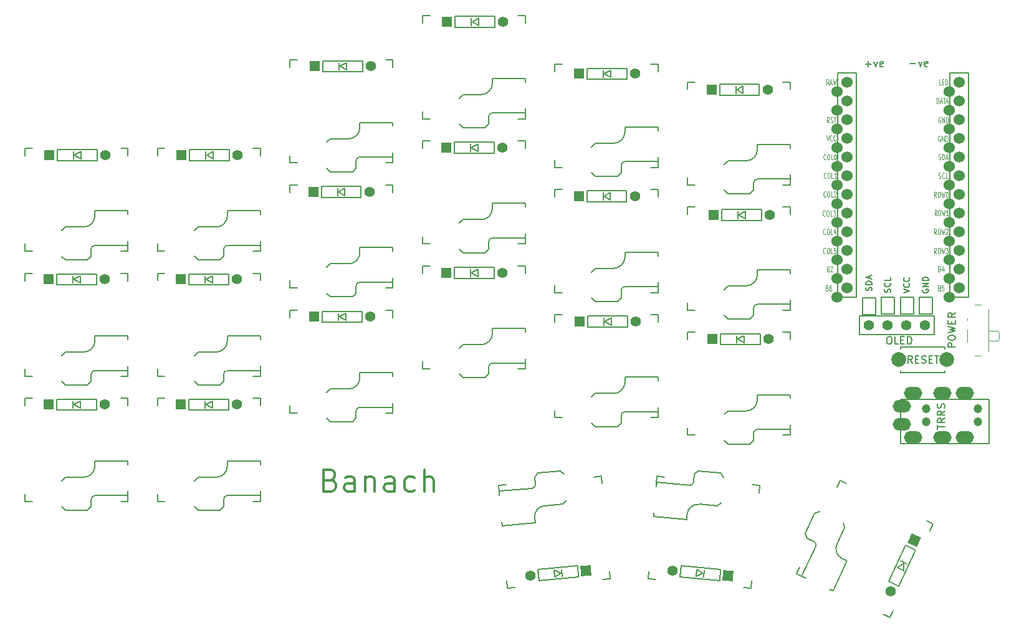
<source format=gto>
%TF.GenerationSoftware,KiCad,Pcbnew,6.0.8-f2edbf62ab~116~ubuntu22.04.1*%
%TF.CreationDate,2022-10-26T10:02:15+11:00*%
%TF.ProjectId,banach,62616e61-6368-42e6-9b69-6361645f7063,rev1.0*%
%TF.SameCoordinates,Original*%
%TF.FileFunction,Legend,Top*%
%TF.FilePolarity,Positive*%
%FSLAX46Y46*%
G04 Gerber Fmt 4.6, Leading zero omitted, Abs format (unit mm)*
G04 Created by KiCad (PCBNEW 6.0.8-f2edbf62ab~116~ubuntu22.04.1) date 2022-10-26 10:02:15*
%MOMM*%
%LPD*%
G01*
G04 APERTURE LIST*
G04 Aperture macros list*
%AMRotRect*
0 Rectangle, with rotation*
0 The origin of the aperture is its center*
0 $1 length*
0 $2 width*
0 $3 Rotation angle, in degrees counterclockwise*
0 Add horizontal line*
21,1,$1,$2,0,0,$3*%
G04 Aperture macros list end*
%ADD10C,0.300000*%
%ADD11C,0.150000*%
%ADD12C,0.125000*%
%ADD13C,0.120000*%
%ADD14R,1.397000X1.397000*%
%ADD15C,1.397000*%
%ADD16RotRect,1.397000X1.397000X185.000000*%
%ADD17RotRect,1.397000X1.397000X175.000000*%
%ADD18RotRect,1.397000X1.397000X245.000000*%
%ADD19C,1.200000*%
%ADD20O,2.500000X1.700000*%
%ADD21C,1.524000*%
%ADD22C,2.000000*%
G04 APERTURE END LIST*
D10*
X102438714Y-108497714D02*
X102867285Y-108640571D01*
X103010142Y-108783428D01*
X103153000Y-109069142D01*
X103153000Y-109497714D01*
X103010142Y-109783428D01*
X102867285Y-109926285D01*
X102581571Y-110069142D01*
X101438714Y-110069142D01*
X101438714Y-107069142D01*
X102438714Y-107069142D01*
X102724428Y-107212000D01*
X102867285Y-107354857D01*
X103010142Y-107640571D01*
X103010142Y-107926285D01*
X102867285Y-108212000D01*
X102724428Y-108354857D01*
X102438714Y-108497714D01*
X101438714Y-108497714D01*
X105724428Y-110069142D02*
X105724428Y-108497714D01*
X105581571Y-108212000D01*
X105295857Y-108069142D01*
X104724428Y-108069142D01*
X104438714Y-108212000D01*
X105724428Y-109926285D02*
X105438714Y-110069142D01*
X104724428Y-110069142D01*
X104438714Y-109926285D01*
X104295857Y-109640571D01*
X104295857Y-109354857D01*
X104438714Y-109069142D01*
X104724428Y-108926285D01*
X105438714Y-108926285D01*
X105724428Y-108783428D01*
X107153000Y-108069142D02*
X107153000Y-110069142D01*
X107153000Y-108354857D02*
X107295857Y-108212000D01*
X107581571Y-108069142D01*
X108010142Y-108069142D01*
X108295857Y-108212000D01*
X108438714Y-108497714D01*
X108438714Y-110069142D01*
X111153000Y-110069142D02*
X111153000Y-108497714D01*
X111010142Y-108212000D01*
X110724428Y-108069142D01*
X110153000Y-108069142D01*
X109867285Y-108212000D01*
X111153000Y-109926285D02*
X110867285Y-110069142D01*
X110153000Y-110069142D01*
X109867285Y-109926285D01*
X109724428Y-109640571D01*
X109724428Y-109354857D01*
X109867285Y-109069142D01*
X110153000Y-108926285D01*
X110867285Y-108926285D01*
X111153000Y-108783428D01*
X113867285Y-109926285D02*
X113581571Y-110069142D01*
X113010142Y-110069142D01*
X112724428Y-109926285D01*
X112581571Y-109783428D01*
X112438714Y-109497714D01*
X112438714Y-108640571D01*
X112581571Y-108354857D01*
X112724428Y-108212000D01*
X113010142Y-108069142D01*
X113581571Y-108069142D01*
X113867285Y-108212000D01*
X115153000Y-110069142D02*
X115153000Y-107069142D01*
X116438714Y-110069142D02*
X116438714Y-108497714D01*
X116295857Y-108212000D01*
X116010142Y-108069142D01*
X115581571Y-108069142D01*
X115295857Y-108212000D01*
X115153000Y-108354857D01*
D11*
%TO.C,J1*%
X184864980Y-101581904D02*
X184864980Y-101010476D01*
X185864980Y-101296190D02*
X184864980Y-101296190D01*
X185864980Y-100105714D02*
X185388790Y-100439047D01*
X185864980Y-100677142D02*
X184864980Y-100677142D01*
X184864980Y-100296190D01*
X184912600Y-100200952D01*
X184960219Y-100153333D01*
X185055457Y-100105714D01*
X185198314Y-100105714D01*
X185293552Y-100153333D01*
X185341171Y-100200952D01*
X185388790Y-100296190D01*
X185388790Y-100677142D01*
X185864980Y-99105714D02*
X185388790Y-99439047D01*
X185864980Y-99677142D02*
X184864980Y-99677142D01*
X184864980Y-99296190D01*
X184912600Y-99200952D01*
X184960219Y-99153333D01*
X185055457Y-99105714D01*
X185198314Y-99105714D01*
X185293552Y-99153333D01*
X185341171Y-99200952D01*
X185388790Y-99296190D01*
X185388790Y-99677142D01*
X185817361Y-98724761D02*
X185864980Y-98581904D01*
X185864980Y-98343809D01*
X185817361Y-98248571D01*
X185769742Y-98200952D01*
X185674504Y-98153333D01*
X185579266Y-98153333D01*
X185484028Y-98200952D01*
X185436409Y-98248571D01*
X185388790Y-98343809D01*
X185341171Y-98534285D01*
X185293552Y-98629523D01*
X185245933Y-98677142D01*
X185150695Y-98724761D01*
X185055457Y-98724761D01*
X184960219Y-98677142D01*
X184912600Y-98629523D01*
X184864980Y-98534285D01*
X184864980Y-98296190D01*
X184912600Y-98153333D01*
D12*
%TO.C,U1*%
X170170690Y-59932185D02*
X170004023Y-59575042D01*
X169884976Y-59932185D02*
X169884976Y-59182185D01*
X170075452Y-59182185D01*
X170123071Y-59217900D01*
X170146880Y-59253614D01*
X170170690Y-59325042D01*
X170170690Y-59432185D01*
X170146880Y-59503614D01*
X170123071Y-59539328D01*
X170075452Y-59575042D01*
X169884976Y-59575042D01*
X170361166Y-59896471D02*
X170432595Y-59932185D01*
X170551642Y-59932185D01*
X170599261Y-59896471D01*
X170623071Y-59860757D01*
X170646880Y-59789328D01*
X170646880Y-59717900D01*
X170623071Y-59646471D01*
X170599261Y-59610757D01*
X170551642Y-59575042D01*
X170456404Y-59539328D01*
X170408785Y-59503614D01*
X170384976Y-59467900D01*
X170361166Y-59396471D01*
X170361166Y-59325042D01*
X170384976Y-59253614D01*
X170408785Y-59217900D01*
X170456404Y-59182185D01*
X170575452Y-59182185D01*
X170646880Y-59217900D01*
X170789738Y-59182185D02*
X171075452Y-59182185D01*
X170932595Y-59932185D02*
X170932595Y-59182185D01*
X184779047Y-72568685D02*
X184612380Y-72211542D01*
X184493333Y-72568685D02*
X184493333Y-71818685D01*
X184683809Y-71818685D01*
X184731428Y-71854400D01*
X184755238Y-71890114D01*
X184779047Y-71961542D01*
X184779047Y-72068685D01*
X184755238Y-72140114D01*
X184731428Y-72175828D01*
X184683809Y-72211542D01*
X184493333Y-72211542D01*
X185088571Y-71818685D02*
X185183809Y-71818685D01*
X185231428Y-71854400D01*
X185279047Y-71925828D01*
X185302857Y-72068685D01*
X185302857Y-72318685D01*
X185279047Y-72461542D01*
X185231428Y-72532971D01*
X185183809Y-72568685D01*
X185088571Y-72568685D01*
X185040952Y-72532971D01*
X184993333Y-72461542D01*
X184969523Y-72318685D01*
X184969523Y-72068685D01*
X184993333Y-71925828D01*
X185040952Y-71854400D01*
X185088571Y-71818685D01*
X185469523Y-71818685D02*
X185588571Y-72568685D01*
X185683809Y-72032971D01*
X185779047Y-72568685D01*
X185898095Y-71818685D01*
X186350476Y-72568685D02*
X186064761Y-72568685D01*
X186207619Y-72568685D02*
X186207619Y-71818685D01*
X186160000Y-71925828D01*
X186112380Y-71997257D01*
X186064761Y-72032971D01*
X169662380Y-77640757D02*
X169638571Y-77676471D01*
X169567142Y-77712185D01*
X169519523Y-77712185D01*
X169448095Y-77676471D01*
X169400476Y-77605042D01*
X169376666Y-77533614D01*
X169352857Y-77390757D01*
X169352857Y-77283614D01*
X169376666Y-77140757D01*
X169400476Y-77069328D01*
X169448095Y-76997900D01*
X169519523Y-76962185D01*
X169567142Y-76962185D01*
X169638571Y-76997900D01*
X169662380Y-77033614D01*
X169971904Y-76962185D02*
X170067142Y-76962185D01*
X170114761Y-76997900D01*
X170162380Y-77069328D01*
X170186190Y-77212185D01*
X170186190Y-77462185D01*
X170162380Y-77605042D01*
X170114761Y-77676471D01*
X170067142Y-77712185D01*
X169971904Y-77712185D01*
X169924285Y-77676471D01*
X169876666Y-77605042D01*
X169852857Y-77462185D01*
X169852857Y-77212185D01*
X169876666Y-77069328D01*
X169924285Y-76997900D01*
X169971904Y-76962185D01*
X170638571Y-77712185D02*
X170400476Y-77712185D01*
X170400476Y-76962185D01*
X171043333Y-76962185D02*
X170805238Y-76962185D01*
X170781428Y-77319328D01*
X170805238Y-77283614D01*
X170852857Y-77247900D01*
X170971904Y-77247900D01*
X171019523Y-77283614D01*
X171043333Y-77319328D01*
X171067142Y-77390757D01*
X171067142Y-77569328D01*
X171043333Y-77640757D01*
X171019523Y-77676471D01*
X170971904Y-77712185D01*
X170852857Y-77712185D01*
X170805238Y-77676471D01*
X170781428Y-77640757D01*
X184729047Y-77712185D02*
X184562380Y-77355042D01*
X184443333Y-77712185D02*
X184443333Y-76962185D01*
X184633809Y-76962185D01*
X184681428Y-76997900D01*
X184705238Y-77033614D01*
X184729047Y-77105042D01*
X184729047Y-77212185D01*
X184705238Y-77283614D01*
X184681428Y-77319328D01*
X184633809Y-77355042D01*
X184443333Y-77355042D01*
X185038571Y-76962185D02*
X185133809Y-76962185D01*
X185181428Y-76997900D01*
X185229047Y-77069328D01*
X185252857Y-77212185D01*
X185252857Y-77462185D01*
X185229047Y-77605042D01*
X185181428Y-77676471D01*
X185133809Y-77712185D01*
X185038571Y-77712185D01*
X184990952Y-77676471D01*
X184943333Y-77605042D01*
X184919523Y-77462185D01*
X184919523Y-77212185D01*
X184943333Y-77069328D01*
X184990952Y-76997900D01*
X185038571Y-76962185D01*
X185419523Y-76962185D02*
X185538571Y-77712185D01*
X185633809Y-77176471D01*
X185729047Y-77712185D01*
X185848095Y-76962185D01*
X185990952Y-76962185D02*
X186300476Y-76962185D01*
X186133809Y-77247900D01*
X186205238Y-77247900D01*
X186252857Y-77283614D01*
X186276666Y-77319328D01*
X186300476Y-77390757D01*
X186300476Y-77569328D01*
X186276666Y-77640757D01*
X186252857Y-77676471D01*
X186205238Y-77712185D01*
X186062380Y-77712185D01*
X186014761Y-77676471D01*
X185990952Y-77640757D01*
X169662380Y-75045257D02*
X169638571Y-75080971D01*
X169567142Y-75116685D01*
X169519523Y-75116685D01*
X169448095Y-75080971D01*
X169400476Y-75009542D01*
X169376666Y-74938114D01*
X169352857Y-74795257D01*
X169352857Y-74688114D01*
X169376666Y-74545257D01*
X169400476Y-74473828D01*
X169448095Y-74402400D01*
X169519523Y-74366685D01*
X169567142Y-74366685D01*
X169638571Y-74402400D01*
X169662380Y-74438114D01*
X169971904Y-74366685D02*
X170067142Y-74366685D01*
X170114761Y-74402400D01*
X170162380Y-74473828D01*
X170186190Y-74616685D01*
X170186190Y-74866685D01*
X170162380Y-75009542D01*
X170114761Y-75080971D01*
X170067142Y-75116685D01*
X169971904Y-75116685D01*
X169924285Y-75080971D01*
X169876666Y-75009542D01*
X169852857Y-74866685D01*
X169852857Y-74616685D01*
X169876666Y-74473828D01*
X169924285Y-74402400D01*
X169971904Y-74366685D01*
X170638571Y-75116685D02*
X170400476Y-75116685D01*
X170400476Y-74366685D01*
X171019523Y-74616685D02*
X171019523Y-75116685D01*
X170900476Y-74330971D02*
X170781428Y-74866685D01*
X171090952Y-74866685D01*
X185240047Y-61757900D02*
X185192428Y-61722185D01*
X185121000Y-61722185D01*
X185049571Y-61757900D01*
X185001952Y-61829328D01*
X184978142Y-61900757D01*
X184954333Y-62043614D01*
X184954333Y-62150757D01*
X184978142Y-62293614D01*
X185001952Y-62365042D01*
X185049571Y-62436471D01*
X185121000Y-62472185D01*
X185168619Y-62472185D01*
X185240047Y-62436471D01*
X185263857Y-62400757D01*
X185263857Y-62150757D01*
X185168619Y-62150757D01*
X185478142Y-62472185D02*
X185478142Y-61722185D01*
X185763857Y-62472185D01*
X185763857Y-61722185D01*
X186001952Y-62472185D02*
X186001952Y-61722185D01*
X186121000Y-61722185D01*
X186192428Y-61757900D01*
X186240047Y-61829328D01*
X186263857Y-61900757D01*
X186287666Y-62043614D01*
X186287666Y-62150757D01*
X186263857Y-62293614D01*
X186240047Y-62365042D01*
X186192428Y-62436471D01*
X186121000Y-62472185D01*
X186001952Y-62472185D01*
X184760000Y-57316685D02*
X184760000Y-56566685D01*
X184879047Y-56566685D01*
X184950476Y-56602400D01*
X184998095Y-56673828D01*
X185021904Y-56745257D01*
X185045714Y-56888114D01*
X185045714Y-56995257D01*
X185021904Y-57138114D01*
X184998095Y-57209542D01*
X184950476Y-57280971D01*
X184879047Y-57316685D01*
X184760000Y-57316685D01*
X185236190Y-57102400D02*
X185474285Y-57102400D01*
X185188571Y-57316685D02*
X185355238Y-56566685D01*
X185521904Y-57316685D01*
X185617142Y-56566685D02*
X185902857Y-56566685D01*
X185760000Y-57316685D02*
X185760000Y-56566685D01*
X186045714Y-57102400D02*
X186283809Y-57102400D01*
X185998095Y-57316685D02*
X186164761Y-56566685D01*
X186331428Y-57316685D01*
X169712380Y-69957257D02*
X169688571Y-69992971D01*
X169617142Y-70028685D01*
X169569523Y-70028685D01*
X169498095Y-69992971D01*
X169450476Y-69921542D01*
X169426666Y-69850114D01*
X169402857Y-69707257D01*
X169402857Y-69600114D01*
X169426666Y-69457257D01*
X169450476Y-69385828D01*
X169498095Y-69314400D01*
X169569523Y-69278685D01*
X169617142Y-69278685D01*
X169688571Y-69314400D01*
X169712380Y-69350114D01*
X170021904Y-69278685D02*
X170117142Y-69278685D01*
X170164761Y-69314400D01*
X170212380Y-69385828D01*
X170236190Y-69528685D01*
X170236190Y-69778685D01*
X170212380Y-69921542D01*
X170164761Y-69992971D01*
X170117142Y-70028685D01*
X170021904Y-70028685D01*
X169974285Y-69992971D01*
X169926666Y-69921542D01*
X169902857Y-69778685D01*
X169902857Y-69528685D01*
X169926666Y-69385828D01*
X169974285Y-69314400D01*
X170021904Y-69278685D01*
X170688571Y-70028685D02*
X170450476Y-70028685D01*
X170450476Y-69278685D01*
X170831428Y-69350114D02*
X170855238Y-69314400D01*
X170902857Y-69278685D01*
X171021904Y-69278685D01*
X171069523Y-69314400D01*
X171093333Y-69350114D01*
X171117142Y-69421542D01*
X171117142Y-69492971D01*
X171093333Y-69600114D01*
X170807619Y-70028685D01*
X171117142Y-70028685D01*
X169777833Y-61658685D02*
X169944500Y-62408685D01*
X170111166Y-61658685D01*
X170563547Y-62337257D02*
X170539738Y-62372971D01*
X170468309Y-62408685D01*
X170420690Y-62408685D01*
X170349261Y-62372971D01*
X170301642Y-62301542D01*
X170277833Y-62230114D01*
X170254023Y-62087257D01*
X170254023Y-61980114D01*
X170277833Y-61837257D01*
X170301642Y-61765828D01*
X170349261Y-61694400D01*
X170420690Y-61658685D01*
X170468309Y-61658685D01*
X170539738Y-61694400D01*
X170563547Y-61730114D01*
X171063547Y-62337257D02*
X171039738Y-62372971D01*
X170968309Y-62408685D01*
X170920690Y-62408685D01*
X170849261Y-62372971D01*
X170801642Y-62301542D01*
X170777833Y-62230114D01*
X170754023Y-62087257D01*
X170754023Y-61980114D01*
X170777833Y-61837257D01*
X170801642Y-61765828D01*
X170849261Y-61694400D01*
X170920690Y-61658685D01*
X170968309Y-61658685D01*
X171039738Y-61694400D01*
X171063547Y-61730114D01*
X169907619Y-82373828D02*
X169979047Y-82409542D01*
X170002857Y-82445257D01*
X170026666Y-82516685D01*
X170026666Y-82623828D01*
X170002857Y-82695257D01*
X169979047Y-82730971D01*
X169931428Y-82766685D01*
X169740952Y-82766685D01*
X169740952Y-82016685D01*
X169907619Y-82016685D01*
X169955238Y-82052400D01*
X169979047Y-82088114D01*
X170002857Y-82159542D01*
X170002857Y-82230971D01*
X169979047Y-82302400D01*
X169955238Y-82338114D01*
X169907619Y-82373828D01*
X169740952Y-82373828D01*
X170455238Y-82016685D02*
X170360000Y-82016685D01*
X170312380Y-82052400D01*
X170288571Y-82088114D01*
X170240952Y-82195257D01*
X170217142Y-82338114D01*
X170217142Y-82623828D01*
X170240952Y-82695257D01*
X170264761Y-82730971D01*
X170312380Y-82766685D01*
X170407619Y-82766685D01*
X170455238Y-82730971D01*
X170479047Y-82695257D01*
X170502857Y-82623828D01*
X170502857Y-82445257D01*
X170479047Y-82373828D01*
X170455238Y-82338114D01*
X170407619Y-82302400D01*
X170312380Y-82302400D01*
X170264761Y-82338114D01*
X170240952Y-82373828D01*
X170217142Y-82445257D01*
X170099261Y-54788685D02*
X169932595Y-54431542D01*
X169813547Y-54788685D02*
X169813547Y-54038685D01*
X170004023Y-54038685D01*
X170051642Y-54074400D01*
X170075452Y-54110114D01*
X170099261Y-54181542D01*
X170099261Y-54288685D01*
X170075452Y-54360114D01*
X170051642Y-54395828D01*
X170004023Y-54431542D01*
X169813547Y-54431542D01*
X170289738Y-54574400D02*
X170527833Y-54574400D01*
X170242119Y-54788685D02*
X170408785Y-54038685D01*
X170575452Y-54788685D01*
X170694500Y-54038685D02*
X170813547Y-54788685D01*
X170908785Y-54252971D01*
X171004023Y-54788685D01*
X171123071Y-54038685D01*
X185025761Y-67452971D02*
X185097190Y-67488685D01*
X185216238Y-67488685D01*
X185263857Y-67452971D01*
X185287666Y-67417257D01*
X185311476Y-67345828D01*
X185311476Y-67274400D01*
X185287666Y-67202971D01*
X185263857Y-67167257D01*
X185216238Y-67131542D01*
X185121000Y-67095828D01*
X185073380Y-67060114D01*
X185049571Y-67024400D01*
X185025761Y-66952971D01*
X185025761Y-66881542D01*
X185049571Y-66810114D01*
X185073380Y-66774400D01*
X185121000Y-66738685D01*
X185240047Y-66738685D01*
X185311476Y-66774400D01*
X185811476Y-67417257D02*
X185787666Y-67452971D01*
X185716238Y-67488685D01*
X185668619Y-67488685D01*
X185597190Y-67452971D01*
X185549571Y-67381542D01*
X185525761Y-67310114D01*
X185501952Y-67167257D01*
X185501952Y-67060114D01*
X185525761Y-66917257D01*
X185549571Y-66845828D01*
X185597190Y-66774400D01*
X185668619Y-66738685D01*
X185716238Y-66738685D01*
X185787666Y-66774400D01*
X185811476Y-66810114D01*
X186263857Y-67488685D02*
X186025761Y-67488685D01*
X186025761Y-66738685D01*
X185240047Y-61757900D02*
X185192428Y-61722185D01*
X185121000Y-61722185D01*
X185049571Y-61757900D01*
X185001952Y-61829328D01*
X184978142Y-61900757D01*
X184954333Y-62043614D01*
X184954333Y-62150757D01*
X184978142Y-62293614D01*
X185001952Y-62365042D01*
X185049571Y-62436471D01*
X185121000Y-62472185D01*
X185168619Y-62472185D01*
X185240047Y-62436471D01*
X185263857Y-62400757D01*
X185263857Y-62150757D01*
X185168619Y-62150757D01*
X185478142Y-62472185D02*
X185478142Y-61722185D01*
X185763857Y-62472185D01*
X185763857Y-61722185D01*
X186001952Y-62472185D02*
X186001952Y-61722185D01*
X186121000Y-61722185D01*
X186192428Y-61757900D01*
X186240047Y-61829328D01*
X186263857Y-61900757D01*
X186287666Y-62043614D01*
X186287666Y-62150757D01*
X186263857Y-62293614D01*
X186240047Y-62365042D01*
X186192428Y-62436471D01*
X186121000Y-62472185D01*
X186001952Y-62472185D01*
X185013857Y-64912971D02*
X185085285Y-64948685D01*
X185204333Y-64948685D01*
X185251952Y-64912971D01*
X185275761Y-64877257D01*
X185299571Y-64805828D01*
X185299571Y-64734400D01*
X185275761Y-64662971D01*
X185251952Y-64627257D01*
X185204333Y-64591542D01*
X185109095Y-64555828D01*
X185061476Y-64520114D01*
X185037666Y-64484400D01*
X185013857Y-64412971D01*
X185013857Y-64341542D01*
X185037666Y-64270114D01*
X185061476Y-64234400D01*
X185109095Y-64198685D01*
X185228142Y-64198685D01*
X185299571Y-64234400D01*
X185513857Y-64948685D02*
X185513857Y-64198685D01*
X185632904Y-64198685D01*
X185704333Y-64234400D01*
X185751952Y-64305828D01*
X185775761Y-64377257D01*
X185799571Y-64520114D01*
X185799571Y-64627257D01*
X185775761Y-64770114D01*
X185751952Y-64841542D01*
X185704333Y-64912971D01*
X185632904Y-64948685D01*
X185513857Y-64948685D01*
X185990047Y-64734400D02*
X186228142Y-64734400D01*
X185942428Y-64948685D02*
X186109095Y-64198685D01*
X186275761Y-64948685D01*
X185157619Y-79795828D02*
X185229047Y-79831542D01*
X185252857Y-79867257D01*
X185276666Y-79938685D01*
X185276666Y-80045828D01*
X185252857Y-80117257D01*
X185229047Y-80152971D01*
X185181428Y-80188685D01*
X184990952Y-80188685D01*
X184990952Y-79438685D01*
X185157619Y-79438685D01*
X185205238Y-79474400D01*
X185229047Y-79510114D01*
X185252857Y-79581542D01*
X185252857Y-79652971D01*
X185229047Y-79724400D01*
X185205238Y-79760114D01*
X185157619Y-79795828D01*
X184990952Y-79795828D01*
X185705238Y-79688685D02*
X185705238Y-80188685D01*
X185586190Y-79402971D02*
X185467142Y-79938685D01*
X185776666Y-79938685D01*
X185157619Y-82399328D02*
X185229047Y-82435042D01*
X185252857Y-82470757D01*
X185276666Y-82542185D01*
X185276666Y-82649328D01*
X185252857Y-82720757D01*
X185229047Y-82756471D01*
X185181428Y-82792185D01*
X184990952Y-82792185D01*
X184990952Y-82042185D01*
X185157619Y-82042185D01*
X185205238Y-82077900D01*
X185229047Y-82113614D01*
X185252857Y-82185042D01*
X185252857Y-82256471D01*
X185229047Y-82327900D01*
X185205238Y-82363614D01*
X185157619Y-82399328D01*
X184990952Y-82399328D01*
X185729047Y-82042185D02*
X185490952Y-82042185D01*
X185467142Y-82399328D01*
X185490952Y-82363614D01*
X185538571Y-82327900D01*
X185657619Y-82327900D01*
X185705238Y-82363614D01*
X185729047Y-82399328D01*
X185752857Y-82470757D01*
X185752857Y-82649328D01*
X185729047Y-82720757D01*
X185705238Y-82756471D01*
X185657619Y-82792185D01*
X185538571Y-82792185D01*
X185490952Y-82756471D01*
X185467142Y-82720757D01*
X169712380Y-64895257D02*
X169688571Y-64930971D01*
X169617142Y-64966685D01*
X169569523Y-64966685D01*
X169498095Y-64930971D01*
X169450476Y-64859542D01*
X169426666Y-64788114D01*
X169402857Y-64645257D01*
X169402857Y-64538114D01*
X169426666Y-64395257D01*
X169450476Y-64323828D01*
X169498095Y-64252400D01*
X169569523Y-64216685D01*
X169617142Y-64216685D01*
X169688571Y-64252400D01*
X169712380Y-64288114D01*
X170021904Y-64216685D02*
X170117142Y-64216685D01*
X170164761Y-64252400D01*
X170212380Y-64323828D01*
X170236190Y-64466685D01*
X170236190Y-64716685D01*
X170212380Y-64859542D01*
X170164761Y-64930971D01*
X170117142Y-64966685D01*
X170021904Y-64966685D01*
X169974285Y-64930971D01*
X169926666Y-64859542D01*
X169902857Y-64716685D01*
X169902857Y-64466685D01*
X169926666Y-64323828D01*
X169974285Y-64252400D01*
X170021904Y-64216685D01*
X170688571Y-64966685D02*
X170450476Y-64966685D01*
X170450476Y-64216685D01*
X170950476Y-64216685D02*
X170998095Y-64216685D01*
X171045714Y-64252400D01*
X171069523Y-64288114D01*
X171093333Y-64359542D01*
X171117142Y-64502400D01*
X171117142Y-64680971D01*
X171093333Y-64823828D01*
X171069523Y-64895257D01*
X171045714Y-64930971D01*
X170998095Y-64966685D01*
X170950476Y-64966685D01*
X170902857Y-64930971D01*
X170879047Y-64895257D01*
X170855238Y-64823828D01*
X170831428Y-64680971D01*
X170831428Y-64502400D01*
X170855238Y-64359542D01*
X170879047Y-64288114D01*
X170902857Y-64252400D01*
X170950476Y-64216685D01*
X169612380Y-72545257D02*
X169588571Y-72580971D01*
X169517142Y-72616685D01*
X169469523Y-72616685D01*
X169398095Y-72580971D01*
X169350476Y-72509542D01*
X169326666Y-72438114D01*
X169302857Y-72295257D01*
X169302857Y-72188114D01*
X169326666Y-72045257D01*
X169350476Y-71973828D01*
X169398095Y-71902400D01*
X169469523Y-71866685D01*
X169517142Y-71866685D01*
X169588571Y-71902400D01*
X169612380Y-71938114D01*
X169921904Y-71866685D02*
X170017142Y-71866685D01*
X170064761Y-71902400D01*
X170112380Y-71973828D01*
X170136190Y-72116685D01*
X170136190Y-72366685D01*
X170112380Y-72509542D01*
X170064761Y-72580971D01*
X170017142Y-72616685D01*
X169921904Y-72616685D01*
X169874285Y-72580971D01*
X169826666Y-72509542D01*
X169802857Y-72366685D01*
X169802857Y-72116685D01*
X169826666Y-71973828D01*
X169874285Y-71902400D01*
X169921904Y-71866685D01*
X170588571Y-72616685D02*
X170350476Y-72616685D01*
X170350476Y-71866685D01*
X170707619Y-71866685D02*
X171017142Y-71866685D01*
X170850476Y-72152400D01*
X170921904Y-72152400D01*
X170969523Y-72188114D01*
X170993333Y-72223828D01*
X171017142Y-72295257D01*
X171017142Y-72473828D01*
X170993333Y-72545257D01*
X170969523Y-72580971D01*
X170921904Y-72616685D01*
X170779047Y-72616685D01*
X170731428Y-72580971D01*
X170707619Y-72545257D01*
X184729047Y-75116685D02*
X184562380Y-74759542D01*
X184443333Y-75116685D02*
X184443333Y-74366685D01*
X184633809Y-74366685D01*
X184681428Y-74402400D01*
X184705238Y-74438114D01*
X184729047Y-74509542D01*
X184729047Y-74616685D01*
X184705238Y-74688114D01*
X184681428Y-74723828D01*
X184633809Y-74759542D01*
X184443333Y-74759542D01*
X185038571Y-74366685D02*
X185133809Y-74366685D01*
X185181428Y-74402400D01*
X185229047Y-74473828D01*
X185252857Y-74616685D01*
X185252857Y-74866685D01*
X185229047Y-75009542D01*
X185181428Y-75080971D01*
X185133809Y-75116685D01*
X185038571Y-75116685D01*
X184990952Y-75080971D01*
X184943333Y-75009542D01*
X184919523Y-74866685D01*
X184919523Y-74616685D01*
X184943333Y-74473828D01*
X184990952Y-74402400D01*
X185038571Y-74366685D01*
X185419523Y-74366685D02*
X185538571Y-75116685D01*
X185633809Y-74580971D01*
X185729047Y-75116685D01*
X185848095Y-74366685D01*
X186014761Y-74438114D02*
X186038571Y-74402400D01*
X186086190Y-74366685D01*
X186205238Y-74366685D01*
X186252857Y-74402400D01*
X186276666Y-74438114D01*
X186300476Y-74509542D01*
X186300476Y-74580971D01*
X186276666Y-74688114D01*
X185990952Y-75116685D01*
X186300476Y-75116685D01*
X170007619Y-79823828D02*
X170079047Y-79859542D01*
X170102857Y-79895257D01*
X170126666Y-79966685D01*
X170126666Y-80073828D01*
X170102857Y-80145257D01*
X170079047Y-80180971D01*
X170031428Y-80216685D01*
X169840952Y-80216685D01*
X169840952Y-79466685D01*
X170007619Y-79466685D01*
X170055238Y-79502400D01*
X170079047Y-79538114D01*
X170102857Y-79609542D01*
X170102857Y-79680971D01*
X170079047Y-79752400D01*
X170055238Y-79788114D01*
X170007619Y-79823828D01*
X169840952Y-79823828D01*
X170317142Y-79538114D02*
X170340952Y-79502400D01*
X170388571Y-79466685D01*
X170507619Y-79466685D01*
X170555238Y-79502400D01*
X170579047Y-79538114D01*
X170602857Y-79609542D01*
X170602857Y-79680971D01*
X170579047Y-79788114D01*
X170293333Y-80216685D01*
X170602857Y-80216685D01*
X184729047Y-70066685D02*
X184562380Y-69709542D01*
X184443333Y-70066685D02*
X184443333Y-69316685D01*
X184633809Y-69316685D01*
X184681428Y-69352400D01*
X184705238Y-69388114D01*
X184729047Y-69459542D01*
X184729047Y-69566685D01*
X184705238Y-69638114D01*
X184681428Y-69673828D01*
X184633809Y-69709542D01*
X184443333Y-69709542D01*
X185038571Y-69316685D02*
X185133809Y-69316685D01*
X185181428Y-69352400D01*
X185229047Y-69423828D01*
X185252857Y-69566685D01*
X185252857Y-69816685D01*
X185229047Y-69959542D01*
X185181428Y-70030971D01*
X185133809Y-70066685D01*
X185038571Y-70066685D01*
X184990952Y-70030971D01*
X184943333Y-69959542D01*
X184919523Y-69816685D01*
X184919523Y-69566685D01*
X184943333Y-69423828D01*
X184990952Y-69352400D01*
X185038571Y-69316685D01*
X185419523Y-69316685D02*
X185538571Y-70066685D01*
X185633809Y-69530971D01*
X185729047Y-70066685D01*
X185848095Y-69316685D01*
X186133809Y-69316685D02*
X186181428Y-69316685D01*
X186229047Y-69352400D01*
X186252857Y-69388114D01*
X186276666Y-69459542D01*
X186300476Y-69602400D01*
X186300476Y-69780971D01*
X186276666Y-69923828D01*
X186252857Y-69995257D01*
X186229047Y-70030971D01*
X186181428Y-70066685D01*
X186133809Y-70066685D01*
X186086190Y-70030971D01*
X186062380Y-69995257D01*
X186038571Y-69923828D01*
X186014761Y-69780971D01*
X186014761Y-69602400D01*
X186038571Y-69459542D01*
X186062380Y-69388114D01*
X186086190Y-69352400D01*
X186133809Y-69316685D01*
X169762380Y-67417257D02*
X169738571Y-67452971D01*
X169667142Y-67488685D01*
X169619523Y-67488685D01*
X169548095Y-67452971D01*
X169500476Y-67381542D01*
X169476666Y-67310114D01*
X169452857Y-67167257D01*
X169452857Y-67060114D01*
X169476666Y-66917257D01*
X169500476Y-66845828D01*
X169548095Y-66774400D01*
X169619523Y-66738685D01*
X169667142Y-66738685D01*
X169738571Y-66774400D01*
X169762380Y-66810114D01*
X170071904Y-66738685D02*
X170167142Y-66738685D01*
X170214761Y-66774400D01*
X170262380Y-66845828D01*
X170286190Y-66988685D01*
X170286190Y-67238685D01*
X170262380Y-67381542D01*
X170214761Y-67452971D01*
X170167142Y-67488685D01*
X170071904Y-67488685D01*
X170024285Y-67452971D01*
X169976666Y-67381542D01*
X169952857Y-67238685D01*
X169952857Y-66988685D01*
X169976666Y-66845828D01*
X170024285Y-66774400D01*
X170071904Y-66738685D01*
X170738571Y-67488685D02*
X170500476Y-67488685D01*
X170500476Y-66738685D01*
X171167142Y-67488685D02*
X170881428Y-67488685D01*
X171024285Y-67488685D02*
X171024285Y-66738685D01*
X170976666Y-66845828D01*
X170929047Y-66917257D01*
X170881428Y-66952971D01*
X185338571Y-54788685D02*
X185100476Y-54788685D01*
X185100476Y-54038685D01*
X185505238Y-54395828D02*
X185671904Y-54395828D01*
X185743333Y-54788685D02*
X185505238Y-54788685D01*
X185505238Y-54038685D01*
X185743333Y-54038685D01*
X185957619Y-54788685D02*
X185957619Y-54038685D01*
X186076666Y-54038685D01*
X186148095Y-54074400D01*
X186195714Y-54145828D01*
X186219523Y-54217257D01*
X186243333Y-54360114D01*
X186243333Y-54467257D01*
X186219523Y-54610114D01*
X186195714Y-54681542D01*
X186148095Y-54752971D01*
X186076666Y-54788685D01*
X185957619Y-54788685D01*
X185303547Y-59217900D02*
X185255928Y-59182185D01*
X185184500Y-59182185D01*
X185113071Y-59217900D01*
X185065452Y-59289328D01*
X185041642Y-59360757D01*
X185017833Y-59503614D01*
X185017833Y-59610757D01*
X185041642Y-59753614D01*
X185065452Y-59825042D01*
X185113071Y-59896471D01*
X185184500Y-59932185D01*
X185232119Y-59932185D01*
X185303547Y-59896471D01*
X185327357Y-59860757D01*
X185327357Y-59610757D01*
X185232119Y-59610757D01*
X185541642Y-59932185D02*
X185541642Y-59182185D01*
X185827357Y-59932185D01*
X185827357Y-59182185D01*
X186065452Y-59932185D02*
X186065452Y-59182185D01*
X186184500Y-59182185D01*
X186255928Y-59217900D01*
X186303547Y-59289328D01*
X186327357Y-59360757D01*
X186351166Y-59503614D01*
X186351166Y-59610757D01*
X186327357Y-59753614D01*
X186303547Y-59825042D01*
X186255928Y-59896471D01*
X186184500Y-59932185D01*
X186065452Y-59932185D01*
D11*
%TO.C,JP65*%
X180274895Y-83087133D02*
X181087695Y-82816200D01*
X180274895Y-82545266D01*
X181010285Y-81809876D02*
X181048990Y-81848580D01*
X181087695Y-81964695D01*
X181087695Y-82042104D01*
X181048990Y-82158219D01*
X180971580Y-82235628D01*
X180894171Y-82274333D01*
X180739352Y-82313038D01*
X180623238Y-82313038D01*
X180468419Y-82274333D01*
X180391009Y-82235628D01*
X180313600Y-82158219D01*
X180274895Y-82042104D01*
X180274895Y-81964695D01*
X180313600Y-81848580D01*
X180352304Y-81809876D01*
X181010285Y-80997076D02*
X181048990Y-81035780D01*
X181087695Y-81151895D01*
X181087695Y-81229304D01*
X181048990Y-81345419D01*
X180971580Y-81422828D01*
X180894171Y-81461533D01*
X180739352Y-81500238D01*
X180623238Y-81500238D01*
X180468419Y-81461533D01*
X180391009Y-81422828D01*
X180313600Y-81345419D01*
X180274895Y-81229304D01*
X180274895Y-81151895D01*
X180313600Y-81035780D01*
X180352304Y-80997076D01*
%TO.C,J2*%
X178237619Y-89022380D02*
X178428095Y-89022380D01*
X178523333Y-89070000D01*
X178618571Y-89165238D01*
X178666190Y-89355714D01*
X178666190Y-89689047D01*
X178618571Y-89879523D01*
X178523333Y-89974761D01*
X178428095Y-90022380D01*
X178237619Y-90022380D01*
X178142380Y-89974761D01*
X178047142Y-89879523D01*
X177999523Y-89689047D01*
X177999523Y-89355714D01*
X178047142Y-89165238D01*
X178142380Y-89070000D01*
X178237619Y-89022380D01*
X179570952Y-90022380D02*
X179094761Y-90022380D01*
X179094761Y-89022380D01*
X179904285Y-89498571D02*
X180237619Y-89498571D01*
X180380476Y-90022380D02*
X179904285Y-90022380D01*
X179904285Y-89022380D01*
X180380476Y-89022380D01*
X180809047Y-90022380D02*
X180809047Y-89022380D01*
X181047142Y-89022380D01*
X181190000Y-89070000D01*
X181285238Y-89165238D01*
X181332857Y-89260476D01*
X181380476Y-89450952D01*
X181380476Y-89593809D01*
X181332857Y-89784285D01*
X181285238Y-89879523D01*
X181190000Y-89974761D01*
X181047142Y-90022380D01*
X180809047Y-90022380D01*
%TO.C,JP63*%
X178448990Y-82991019D02*
X178487695Y-82874904D01*
X178487695Y-82681380D01*
X178448990Y-82603971D01*
X178410285Y-82565266D01*
X178332876Y-82526561D01*
X178255466Y-82526561D01*
X178178057Y-82565266D01*
X178139352Y-82603971D01*
X178100647Y-82681380D01*
X178061942Y-82836200D01*
X178023238Y-82913609D01*
X177984533Y-82952314D01*
X177907123Y-82991019D01*
X177829714Y-82991019D01*
X177752304Y-82952314D01*
X177713600Y-82913609D01*
X177674895Y-82836200D01*
X177674895Y-82642676D01*
X177713600Y-82526561D01*
X178410285Y-81713761D02*
X178448990Y-81752466D01*
X178487695Y-81868580D01*
X178487695Y-81945990D01*
X178448990Y-82062104D01*
X178371580Y-82139514D01*
X178294171Y-82178219D01*
X178139352Y-82216923D01*
X178023238Y-82216923D01*
X177868419Y-82178219D01*
X177791009Y-82139514D01*
X177713600Y-82062104D01*
X177674895Y-81945990D01*
X177674895Y-81868580D01*
X177713600Y-81752466D01*
X177752304Y-81713761D01*
X178487695Y-80978371D02*
X178487695Y-81365419D01*
X177674895Y-81365419D01*
%TO.C,JP61*%
X175908990Y-82730733D02*
X175947695Y-82614619D01*
X175947695Y-82421095D01*
X175908990Y-82343685D01*
X175870285Y-82304980D01*
X175792876Y-82266276D01*
X175715466Y-82266276D01*
X175638057Y-82304980D01*
X175599352Y-82343685D01*
X175560647Y-82421095D01*
X175521942Y-82575914D01*
X175483238Y-82653323D01*
X175444533Y-82692028D01*
X175367123Y-82730733D01*
X175289714Y-82730733D01*
X175212304Y-82692028D01*
X175173600Y-82653323D01*
X175134895Y-82575914D01*
X175134895Y-82382390D01*
X175173600Y-82266276D01*
X175947695Y-81917933D02*
X175134895Y-81917933D01*
X175134895Y-81724409D01*
X175173600Y-81608295D01*
X175251009Y-81530885D01*
X175328419Y-81492180D01*
X175483238Y-81453476D01*
X175599352Y-81453476D01*
X175754171Y-81492180D01*
X175831580Y-81530885D01*
X175908990Y-81608295D01*
X175947695Y-81724409D01*
X175947695Y-81917933D01*
X175715466Y-81143838D02*
X175715466Y-80756790D01*
X175947695Y-81221247D02*
X175134895Y-80950314D01*
X175947695Y-80679380D01*
%TO.C,JP68*%
X182883600Y-82613076D02*
X182844895Y-82690485D01*
X182844895Y-82806600D01*
X182883600Y-82922714D01*
X182961009Y-83000123D01*
X183038419Y-83038828D01*
X183193238Y-83077533D01*
X183309352Y-83077533D01*
X183464171Y-83038828D01*
X183541580Y-83000123D01*
X183618990Y-82922714D01*
X183657695Y-82806600D01*
X183657695Y-82729190D01*
X183618990Y-82613076D01*
X183580285Y-82574371D01*
X183309352Y-82574371D01*
X183309352Y-82729190D01*
X183657695Y-82226028D02*
X182844895Y-82226028D01*
X183657695Y-81761571D01*
X182844895Y-81761571D01*
X183657695Y-81374523D02*
X182844895Y-81374523D01*
X182844895Y-81181000D01*
X182883600Y-81064885D01*
X182961009Y-80987476D01*
X183038419Y-80948771D01*
X183193238Y-80910066D01*
X183309352Y-80910066D01*
X183464171Y-80948771D01*
X183541580Y-80987476D01*
X183618990Y-81064885D01*
X183657695Y-81181000D01*
X183657695Y-81374523D01*
%TO.C,RSW1*%
X181447619Y-92602380D02*
X181114285Y-92126190D01*
X180876190Y-92602380D02*
X180876190Y-91602380D01*
X181257142Y-91602380D01*
X181352380Y-91650000D01*
X181400000Y-91697619D01*
X181447619Y-91792857D01*
X181447619Y-91935714D01*
X181400000Y-92030952D01*
X181352380Y-92078571D01*
X181257142Y-92126190D01*
X180876190Y-92126190D01*
X181876190Y-92078571D02*
X182209523Y-92078571D01*
X182352380Y-92602380D02*
X181876190Y-92602380D01*
X181876190Y-91602380D01*
X182352380Y-91602380D01*
X182733333Y-92554761D02*
X182876190Y-92602380D01*
X183114285Y-92602380D01*
X183209523Y-92554761D01*
X183257142Y-92507142D01*
X183304761Y-92411904D01*
X183304761Y-92316666D01*
X183257142Y-92221428D01*
X183209523Y-92173809D01*
X183114285Y-92126190D01*
X182923809Y-92078571D01*
X182828571Y-92030952D01*
X182780952Y-91983333D01*
X182733333Y-91888095D01*
X182733333Y-91792857D01*
X182780952Y-91697619D01*
X182828571Y-91650000D01*
X182923809Y-91602380D01*
X183161904Y-91602380D01*
X183304761Y-91650000D01*
X183733333Y-92078571D02*
X184066666Y-92078571D01*
X184209523Y-92602380D02*
X183733333Y-92602380D01*
X183733333Y-91602380D01*
X184209523Y-91602380D01*
X184495238Y-91602380D02*
X185066666Y-91602380D01*
X184780952Y-92602380D02*
X184780952Y-91602380D01*
%TO.C,-ve*%
X181169523Y-51901428D02*
X181931428Y-51901428D01*
X182312380Y-51615714D02*
X182550476Y-52282380D01*
X182788571Y-51615714D01*
X183550476Y-52234761D02*
X183455238Y-52282380D01*
X183264761Y-52282380D01*
X183169523Y-52234761D01*
X183121904Y-52139523D01*
X183121904Y-51758571D01*
X183169523Y-51663333D01*
X183264761Y-51615714D01*
X183455238Y-51615714D01*
X183550476Y-51663333D01*
X183598095Y-51758571D01*
X183598095Y-51853809D01*
X183121904Y-51949047D01*
%TO.C,POWER*%
X187307380Y-90439523D02*
X186307380Y-90439523D01*
X186307380Y-90058571D01*
X186355000Y-89963333D01*
X186402619Y-89915714D01*
X186497857Y-89868095D01*
X186640714Y-89868095D01*
X186735952Y-89915714D01*
X186783571Y-89963333D01*
X186831190Y-90058571D01*
X186831190Y-90439523D01*
X186307380Y-89249047D02*
X186307380Y-89058571D01*
X186355000Y-88963333D01*
X186450238Y-88868095D01*
X186640714Y-88820476D01*
X186974047Y-88820476D01*
X187164523Y-88868095D01*
X187259761Y-88963333D01*
X187307380Y-89058571D01*
X187307380Y-89249047D01*
X187259761Y-89344285D01*
X187164523Y-89439523D01*
X186974047Y-89487142D01*
X186640714Y-89487142D01*
X186450238Y-89439523D01*
X186355000Y-89344285D01*
X186307380Y-89249047D01*
X186307380Y-88487142D02*
X187307380Y-88249047D01*
X186593095Y-88058571D01*
X187307380Y-87868095D01*
X186307380Y-87630000D01*
X186783571Y-87249047D02*
X186783571Y-86915714D01*
X187307380Y-86772857D02*
X187307380Y-87249047D01*
X186307380Y-87249047D01*
X186307380Y-86772857D01*
X187307380Y-85772857D02*
X186831190Y-86106190D01*
X187307380Y-86344285D02*
X186307380Y-86344285D01*
X186307380Y-85963333D01*
X186355000Y-85868095D01*
X186402619Y-85820476D01*
X186497857Y-85772857D01*
X186640714Y-85772857D01*
X186735952Y-85820476D01*
X186783571Y-85868095D01*
X186831190Y-85963333D01*
X186831190Y-86344285D01*
%TO.C,+ve*%
X175099523Y-51961428D02*
X175861428Y-51961428D01*
X175480476Y-52342380D02*
X175480476Y-51580476D01*
X176242380Y-51675714D02*
X176480476Y-52342380D01*
X176718571Y-51675714D01*
X177480476Y-52294761D02*
X177385238Y-52342380D01*
X177194761Y-52342380D01*
X177099523Y-52294761D01*
X177051904Y-52199523D01*
X177051904Y-51818571D01*
X177099523Y-51723333D01*
X177194761Y-51675714D01*
X177385238Y-51675714D01*
X177480476Y-51723333D01*
X177528095Y-51818571D01*
X177528095Y-51913809D01*
X177051904Y-52009047D01*
%TO.C,D2*%
X86504400Y-64812800D02*
X85604400Y-64312800D01*
X85504400Y-63812800D02*
X85504400Y-64812800D01*
X83304400Y-65062800D02*
X88704400Y-65062800D01*
X88704400Y-63562800D02*
X83304400Y-63562800D01*
X83304400Y-63562800D02*
X83304400Y-65062800D01*
X86504400Y-63812800D02*
X86504400Y-64812800D01*
X88704400Y-65062800D02*
X88704400Y-63562800D01*
X85604400Y-64312800D02*
X86504400Y-63812800D01*
%TO.C,D3*%
X104589200Y-51773200D02*
X104589200Y-52773200D01*
X101389200Y-53023200D02*
X106789200Y-53023200D01*
X104589200Y-52773200D02*
X103689200Y-52273200D01*
X103689200Y-52273200D02*
X104589200Y-51773200D01*
X106789200Y-51523200D02*
X101389200Y-51523200D01*
X101389200Y-51523200D02*
X101389200Y-53023200D01*
X103589200Y-51773200D02*
X103589200Y-52773200D01*
X106789200Y-53023200D02*
X106789200Y-51523200D01*
%TO.C,D4*%
X119372400Y-46978000D02*
X124772400Y-46978000D01*
X122572400Y-46728000D02*
X121672400Y-46228000D01*
X121572400Y-45728000D02*
X121572400Y-46728000D01*
X119372400Y-45478000D02*
X119372400Y-46978000D01*
X121672400Y-46228000D02*
X122572400Y-45728000D01*
X124772400Y-45478000D02*
X119372400Y-45478000D01*
X122572400Y-45728000D02*
X122572400Y-46728000D01*
X124772400Y-46978000D02*
X124772400Y-45478000D01*
%TO.C,D5*%
X137304800Y-54039200D02*
X142704800Y-54039200D01*
X142704800Y-54039200D02*
X142704800Y-52539200D01*
X139604800Y-53289200D02*
X140504800Y-52789200D01*
X140504800Y-52789200D02*
X140504800Y-53789200D01*
X140504800Y-53789200D02*
X139604800Y-53289200D01*
X142704800Y-52539200D02*
X137304800Y-52539200D01*
X139504800Y-52789200D02*
X139504800Y-53789200D01*
X137304800Y-52539200D02*
X137304800Y-54039200D01*
%TO.C,D6*%
X155288000Y-54672800D02*
X155288000Y-56172800D01*
X160688000Y-56172800D02*
X160688000Y-54672800D01*
X157588000Y-55422800D02*
X158488000Y-54922800D01*
X155288000Y-56172800D02*
X160688000Y-56172800D01*
X157488000Y-54922800D02*
X157488000Y-55922800D01*
X158488000Y-54922800D02*
X158488000Y-55922800D01*
X160688000Y-54672800D02*
X155288000Y-54672800D01*
X158488000Y-55922800D02*
X157588000Y-55422800D01*
%TO.C,D8*%
X86402800Y-81729200D02*
X85502800Y-81229200D01*
X88602800Y-81979200D02*
X88602800Y-80479200D01*
X83202800Y-80479200D02*
X83202800Y-81979200D01*
X85502800Y-81229200D02*
X86402800Y-80729200D01*
X86402800Y-80729200D02*
X86402800Y-81729200D01*
X88602800Y-80479200D02*
X83202800Y-80479200D01*
X83202800Y-81979200D02*
X88602800Y-81979200D01*
X85402800Y-80729200D02*
X85402800Y-81729200D01*
%TO.C,D9*%
X106586000Y-68592000D02*
X101186000Y-68592000D01*
X103386000Y-68842000D02*
X103386000Y-69842000D01*
X101186000Y-70092000D02*
X106586000Y-70092000D01*
X104386000Y-69842000D02*
X103486000Y-69342000D01*
X103486000Y-69342000D02*
X104386000Y-68842000D01*
X106586000Y-70092000D02*
X106586000Y-68592000D01*
X104386000Y-68842000D02*
X104386000Y-69842000D01*
X101186000Y-68592000D02*
X101186000Y-70092000D01*
%TO.C,D10*%
X122470800Y-63847600D02*
X121570800Y-63347600D01*
X122470800Y-62847600D02*
X122470800Y-63847600D01*
X119270800Y-62597600D02*
X119270800Y-64097600D01*
X121570800Y-63347600D02*
X122470800Y-62847600D01*
X121470800Y-62847600D02*
X121470800Y-63847600D01*
X124670800Y-64097600D02*
X124670800Y-62597600D01*
X124670800Y-62597600D02*
X119270800Y-62597600D01*
X119270800Y-64097600D02*
X124670800Y-64097600D01*
%TO.C,D11*%
X140454000Y-70400800D02*
X139554000Y-69900800D01*
X139454000Y-69400800D02*
X139454000Y-70400800D01*
X137254000Y-69150800D02*
X137254000Y-70650800D01*
X142654000Y-69150800D02*
X137254000Y-69150800D01*
X142654000Y-70650800D02*
X142654000Y-69150800D01*
X140454000Y-69400800D02*
X140454000Y-70400800D01*
X139554000Y-69900800D02*
X140454000Y-69400800D01*
X137254000Y-70650800D02*
X142654000Y-70650800D01*
%TO.C,D12*%
X158792800Y-71991600D02*
X158792800Y-72991600D01*
X155592800Y-73241600D02*
X160992800Y-73241600D01*
X157892800Y-72491600D02*
X158792800Y-71991600D01*
X160992800Y-73241600D02*
X160992800Y-71741600D01*
X155592800Y-71741600D02*
X155592800Y-73241600D01*
X157792800Y-71991600D02*
X157792800Y-72991600D01*
X158792800Y-72991600D02*
X157892800Y-72491600D01*
X160992800Y-71741600D02*
X155592800Y-71741600D01*
%TO.C,D14*%
X88602800Y-98997200D02*
X88602800Y-97497200D01*
X88602800Y-97497200D02*
X83202800Y-97497200D01*
X85402800Y-97747200D02*
X85402800Y-98747200D01*
X83202800Y-98997200D02*
X88602800Y-98997200D01*
X86402800Y-98747200D02*
X85502800Y-98247200D01*
X83202800Y-97497200D02*
X83202800Y-98997200D01*
X85502800Y-98247200D02*
X86402800Y-97747200D01*
X86402800Y-97747200D02*
X86402800Y-98747200D01*
%TO.C,D15*%
X101287600Y-85559200D02*
X101287600Y-87059200D01*
X103487600Y-85809200D02*
X103487600Y-86809200D01*
X104487600Y-85809200D02*
X104487600Y-86809200D01*
X106687600Y-85559200D02*
X101287600Y-85559200D01*
X103587600Y-86309200D02*
X104487600Y-85809200D01*
X104487600Y-86809200D02*
X103587600Y-86309200D01*
X106687600Y-87059200D02*
X106687600Y-85559200D01*
X101287600Y-87059200D02*
X106687600Y-87059200D01*
%TO.C,D16*%
X119270800Y-81064800D02*
X124670800Y-81064800D01*
X124670800Y-79564800D02*
X119270800Y-79564800D01*
X121570800Y-80314800D02*
X122470800Y-79814800D01*
X122470800Y-80814800D02*
X121570800Y-80314800D01*
X124670800Y-81064800D02*
X124670800Y-79564800D01*
X119270800Y-79564800D02*
X119270800Y-81064800D01*
X122470800Y-79814800D02*
X122470800Y-80814800D01*
X121470800Y-79814800D02*
X121470800Y-80814800D01*
%TO.C,D17*%
X137355600Y-87719600D02*
X142755600Y-87719600D01*
X140555600Y-86469600D02*
X140555600Y-87469600D01*
X140555600Y-87469600D02*
X139655600Y-86969600D01*
X139555600Y-86469600D02*
X139555600Y-87469600D01*
X142755600Y-86219600D02*
X137355600Y-86219600D01*
X137355600Y-86219600D02*
X137355600Y-87719600D01*
X139655600Y-86969600D02*
X140555600Y-86469600D01*
X142755600Y-87719600D02*
X142755600Y-86219600D01*
%TO.C,D18*%
X157689600Y-89357200D02*
X158589600Y-88857200D01*
X158589600Y-89857200D02*
X157689600Y-89357200D01*
X158589600Y-88857200D02*
X158589600Y-89857200D01*
X160789600Y-88607200D02*
X155389600Y-88607200D01*
X155389600Y-90107200D02*
X160789600Y-90107200D01*
X160789600Y-90107200D02*
X160789600Y-88607200D01*
X157589600Y-88857200D02*
X157589600Y-89857200D01*
X155389600Y-88607200D02*
X155389600Y-90107200D01*
%TO.C,D19*%
X130594908Y-120646174D02*
X130725641Y-122140467D01*
X132895481Y-121699675D02*
X132808325Y-120703481D01*
X133891675Y-121612519D02*
X133804519Y-120616325D01*
X132808325Y-120703481D02*
X133748478Y-121123138D01*
X135974359Y-120175533D02*
X130594908Y-120646174D01*
X130725641Y-122140467D02*
X136105092Y-121669826D01*
X133748478Y-121123138D02*
X132895481Y-121699675D01*
X136105092Y-121669826D02*
X135974359Y-120175533D01*
%TO.C,D20*%
X153052478Y-121192862D02*
X152112325Y-121612519D01*
X150029641Y-120175533D02*
X149898908Y-121669826D01*
X155409092Y-120646174D02*
X150029641Y-120175533D01*
X153108519Y-121699675D02*
X153195675Y-120703481D01*
X152199481Y-120616325D02*
X153052478Y-121192862D01*
X149898908Y-121669826D02*
X155278359Y-122140467D01*
X155278359Y-122140467D02*
X155409092Y-120646174D01*
X152112325Y-121612519D02*
X152199481Y-120616325D01*
%TO.C,D21*%
X181906800Y-118011933D02*
X180547338Y-117378005D01*
X178265200Y-122272067D02*
X179624662Y-122905995D01*
X180547338Y-117378005D02*
X178265200Y-122272067D01*
X179421537Y-120383845D02*
X180255047Y-119779477D01*
X179624662Y-122905995D02*
X181906800Y-118011933D01*
X180255047Y-119779477D02*
X180327845Y-120806463D01*
X180750463Y-119900155D02*
X179844155Y-119477537D01*
X180327845Y-120806463D02*
X179421537Y-120383845D01*
%TO.C,J1*%
X191862600Y-103570000D02*
X179862600Y-103570000D01*
X191862600Y-97570000D02*
X191862600Y-103570000D01*
X179862600Y-103570000D02*
X179862600Y-97570000D01*
X179862600Y-97570000D02*
X191862600Y-97570000D01*
%TO.C,SW2*%
X87910000Y-77100000D02*
X87910000Y-78100000D01*
X83910000Y-74600000D02*
X84410000Y-74100000D01*
X88410000Y-72600000D02*
X88410000Y-71900000D01*
X78910000Y-63400000D02*
X79910000Y-63400000D01*
X88410000Y-71900000D02*
X92910000Y-71900000D01*
X92910000Y-77400000D02*
X91910000Y-77400000D01*
X79910000Y-77400000D02*
X78910000Y-77400000D01*
X91910000Y-63400000D02*
X92910000Y-63400000D01*
X87410000Y-78600000D02*
X87910000Y-78100000D01*
X78910000Y-77400000D02*
X78910000Y-76400000D01*
X92910000Y-63400000D02*
X92910000Y-64400000D01*
X83910000Y-78100000D02*
X84410000Y-78600000D01*
X78910000Y-64400000D02*
X78910000Y-63400000D01*
X84410000Y-74100000D02*
X86910000Y-74100000D01*
X84410000Y-78600000D02*
X87410000Y-78600000D01*
X92910000Y-71900000D02*
X92910000Y-72400000D01*
X92910000Y-76600000D02*
X88410000Y-76600000D01*
X92910000Y-76000000D02*
X92910000Y-76600000D01*
X92910000Y-76400000D02*
X92910000Y-77400000D01*
X88410000Y-76600000D02*
G75*
G03*
X87910000Y-77100000I0J-500000D01*
G01*
X86910000Y-74100000D02*
G75*
G03*
X88410000Y-72600000I0J1500000D01*
G01*
%TO.C,SW3*%
X106410000Y-59900000D02*
X110910000Y-59900000D01*
X110910000Y-59900000D02*
X110910000Y-60400000D01*
X109910000Y-51400000D02*
X110910000Y-51400000D01*
X105410000Y-66600000D02*
X105910000Y-66100000D01*
X96910000Y-52400000D02*
X96910000Y-51400000D01*
X110910000Y-51400000D02*
X110910000Y-52400000D01*
X110910000Y-65400000D02*
X109910000Y-65400000D01*
X110910000Y-64000000D02*
X110910000Y-64600000D01*
X96910000Y-51400000D02*
X97910000Y-51400000D01*
X110910000Y-64400000D02*
X110910000Y-65400000D01*
X102410000Y-62100000D02*
X104910000Y-62100000D01*
X96910000Y-65400000D02*
X96910000Y-64400000D01*
X101910000Y-62600000D02*
X102410000Y-62100000D01*
X105910000Y-65100000D02*
X105910000Y-66100000D01*
X106410000Y-60600000D02*
X106410000Y-59900000D01*
X101910000Y-66100000D02*
X102410000Y-66600000D01*
X102410000Y-66600000D02*
X105410000Y-66600000D01*
X110910000Y-64600000D02*
X106410000Y-64600000D01*
X97910000Y-65400000D02*
X96910000Y-65400000D01*
X104910000Y-62100000D02*
G75*
G03*
X106410000Y-60600000I0J1500000D01*
G01*
X106410000Y-64600000D02*
G75*
G03*
X105910000Y-65100000I0J-500000D01*
G01*
%TO.C,SW4*%
X119910000Y-56600000D02*
X120410000Y-56100000D01*
X128910000Y-58400000D02*
X128910000Y-59400000D01*
X123910000Y-59100000D02*
X123910000Y-60100000D01*
X128910000Y-59400000D02*
X127910000Y-59400000D01*
X128910000Y-53900000D02*
X128910000Y-54400000D01*
X128910000Y-45400000D02*
X128910000Y-46400000D01*
X114910000Y-59400000D02*
X114910000Y-58400000D01*
X120410000Y-56100000D02*
X122910000Y-56100000D01*
X114910000Y-46400000D02*
X114910000Y-45400000D01*
X127910000Y-45400000D02*
X128910000Y-45400000D01*
X124410000Y-53900000D02*
X128910000Y-53900000D01*
X124410000Y-54600000D02*
X124410000Y-53900000D01*
X128910000Y-58600000D02*
X124410000Y-58600000D01*
X123410000Y-60600000D02*
X123910000Y-60100000D01*
X114910000Y-45400000D02*
X115910000Y-45400000D01*
X115910000Y-59400000D02*
X114910000Y-59400000D01*
X120410000Y-60600000D02*
X123410000Y-60600000D01*
X128910000Y-58000000D02*
X128910000Y-58600000D01*
X119910000Y-60100000D02*
X120410000Y-60600000D01*
X124410000Y-58600000D02*
G75*
G03*
X123910000Y-59100000I0J-500000D01*
G01*
X122910000Y-56100000D02*
G75*
G03*
X124410000Y-54600000I0J1500000D01*
G01*
%TO.C,SW5*%
X145910000Y-52020000D02*
X146910000Y-52020000D01*
X146910000Y-60520000D02*
X146910000Y-61020000D01*
X133910000Y-66020000D02*
X132910000Y-66020000D01*
X146910000Y-65220000D02*
X142410000Y-65220000D01*
X132910000Y-66020000D02*
X132910000Y-65020000D01*
X146910000Y-52020000D02*
X146910000Y-53020000D01*
X132910000Y-53020000D02*
X132910000Y-52020000D01*
X137910000Y-66720000D02*
X138410000Y-67220000D01*
X146910000Y-65020000D02*
X146910000Y-66020000D01*
X138410000Y-62720000D02*
X140910000Y-62720000D01*
X142410000Y-60520000D02*
X146910000Y-60520000D01*
X146910000Y-66020000D02*
X145910000Y-66020000D01*
X146910000Y-64620000D02*
X146910000Y-65220000D01*
X142410000Y-61220000D02*
X142410000Y-60520000D01*
X138410000Y-67220000D02*
X141410000Y-67220000D01*
X132910000Y-52020000D02*
X133910000Y-52020000D01*
X141410000Y-67220000D02*
X141910000Y-66720000D01*
X141910000Y-65720000D02*
X141910000Y-66720000D01*
X137910000Y-63220000D02*
X138410000Y-62720000D01*
X140910000Y-62720000D02*
G75*
G03*
X142410000Y-61220000I0J1500000D01*
G01*
X142410000Y-65220000D02*
G75*
G03*
X141910000Y-65720000I0J-500000D01*
G01*
%TO.C,SW6*%
X156410000Y-69600000D02*
X159410000Y-69600000D01*
X164910000Y-54400000D02*
X164910000Y-55400000D01*
X150910000Y-55400000D02*
X150910000Y-54400000D01*
X160410000Y-63600000D02*
X160410000Y-62900000D01*
X150910000Y-54400000D02*
X151910000Y-54400000D01*
X155910000Y-65600000D02*
X156410000Y-65100000D01*
X164910000Y-67600000D02*
X160410000Y-67600000D01*
X164910000Y-67000000D02*
X164910000Y-67600000D01*
X163910000Y-54400000D02*
X164910000Y-54400000D01*
X164910000Y-68400000D02*
X163910000Y-68400000D01*
X150910000Y-68400000D02*
X150910000Y-67400000D01*
X164910000Y-67400000D02*
X164910000Y-68400000D01*
X164910000Y-62900000D02*
X164910000Y-63400000D01*
X159910000Y-68100000D02*
X159910000Y-69100000D01*
X155910000Y-69100000D02*
X156410000Y-69600000D01*
X151910000Y-68400000D02*
X150910000Y-68400000D01*
X160410000Y-62900000D02*
X164910000Y-62900000D01*
X156410000Y-65100000D02*
X158910000Y-65100000D01*
X159410000Y-69600000D02*
X159910000Y-69100000D01*
X160410000Y-67600000D02*
G75*
G03*
X159910000Y-68100000I0J-500000D01*
G01*
X158910000Y-65100000D02*
G75*
G03*
X160410000Y-63600000I0J1500000D01*
G01*
%TO.C,SW8*%
X88410000Y-89600000D02*
X88410000Y-88900000D01*
X92910000Y-93400000D02*
X92910000Y-94400000D01*
X84410000Y-91100000D02*
X86910000Y-91100000D01*
X83910000Y-95100000D02*
X84410000Y-95600000D01*
X92910000Y-88900000D02*
X92910000Y-89400000D01*
X91910000Y-80400000D02*
X92910000Y-80400000D01*
X78910000Y-94400000D02*
X78910000Y-93400000D01*
X92910000Y-93600000D02*
X88410000Y-93600000D01*
X78910000Y-81400000D02*
X78910000Y-80400000D01*
X88410000Y-88900000D02*
X92910000Y-88900000D01*
X87910000Y-94100000D02*
X87910000Y-95100000D01*
X84410000Y-95600000D02*
X87410000Y-95600000D01*
X83910000Y-91600000D02*
X84410000Y-91100000D01*
X78910000Y-80400000D02*
X79910000Y-80400000D01*
X79910000Y-94400000D02*
X78910000Y-94400000D01*
X92910000Y-93000000D02*
X92910000Y-93600000D01*
X92910000Y-80400000D02*
X92910000Y-81400000D01*
X87410000Y-95600000D02*
X87910000Y-95100000D01*
X92910000Y-94400000D02*
X91910000Y-94400000D01*
X88410000Y-93600000D02*
G75*
G03*
X87910000Y-94100000I0J-500000D01*
G01*
X86910000Y-91100000D02*
G75*
G03*
X88410000Y-89600000I0J1500000D01*
G01*
%TO.C,SW9*%
X110910000Y-76900000D02*
X110910000Y-77400000D01*
X102410000Y-83600000D02*
X105410000Y-83600000D01*
X109910000Y-68400000D02*
X110910000Y-68400000D01*
X101910000Y-83100000D02*
X102410000Y-83600000D01*
X106410000Y-76900000D02*
X110910000Y-76900000D01*
X96910000Y-68400000D02*
X97910000Y-68400000D01*
X110910000Y-82400000D02*
X109910000Y-82400000D01*
X110910000Y-68400000D02*
X110910000Y-69400000D01*
X96910000Y-82400000D02*
X96910000Y-81400000D01*
X110910000Y-81000000D02*
X110910000Y-81600000D01*
X101910000Y-79600000D02*
X102410000Y-79100000D01*
X96910000Y-69400000D02*
X96910000Y-68400000D01*
X97910000Y-82400000D02*
X96910000Y-82400000D01*
X105910000Y-82100000D02*
X105910000Y-83100000D01*
X110910000Y-81400000D02*
X110910000Y-82400000D01*
X105410000Y-83600000D02*
X105910000Y-83100000D01*
X110910000Y-81600000D02*
X106410000Y-81600000D01*
X106410000Y-77600000D02*
X106410000Y-76900000D01*
X102410000Y-79100000D02*
X104910000Y-79100000D01*
X104910000Y-79100000D02*
G75*
G03*
X106410000Y-77600000I0J1500000D01*
G01*
X106410000Y-81600000D02*
G75*
G03*
X105910000Y-82100000I0J-500000D01*
G01*
%TO.C,SW10*%
X114910000Y-76400000D02*
X114910000Y-75400000D01*
X124410000Y-71600000D02*
X124410000Y-70900000D01*
X128910000Y-70900000D02*
X128910000Y-71400000D01*
X123410000Y-77600000D02*
X123910000Y-77100000D01*
X128910000Y-75600000D02*
X124410000Y-75600000D01*
X128910000Y-62400000D02*
X128910000Y-63400000D01*
X128910000Y-76400000D02*
X127910000Y-76400000D01*
X128910000Y-75000000D02*
X128910000Y-75600000D01*
X119910000Y-77100000D02*
X120410000Y-77600000D01*
X123910000Y-76100000D02*
X123910000Y-77100000D01*
X115910000Y-76400000D02*
X114910000Y-76400000D01*
X120410000Y-77600000D02*
X123410000Y-77600000D01*
X120410000Y-73100000D02*
X122910000Y-73100000D01*
X119910000Y-73600000D02*
X120410000Y-73100000D01*
X124410000Y-70900000D02*
X128910000Y-70900000D01*
X114910000Y-62400000D02*
X115910000Y-62400000D01*
X127910000Y-62400000D02*
X128910000Y-62400000D01*
X114910000Y-63400000D02*
X114910000Y-62400000D01*
X128910000Y-75400000D02*
X128910000Y-76400000D01*
X124410000Y-75600000D02*
G75*
G03*
X123910000Y-76100000I0J-500000D01*
G01*
X122910000Y-73100000D02*
G75*
G03*
X124410000Y-71600000I0J1500000D01*
G01*
%TO.C,SW11*%
X146910000Y-82220000D02*
X142410000Y-82220000D01*
X132910000Y-83020000D02*
X132910000Y-82020000D01*
X142410000Y-78220000D02*
X142410000Y-77520000D01*
X132910000Y-70020000D02*
X132910000Y-69020000D01*
X142410000Y-77520000D02*
X146910000Y-77520000D01*
X141410000Y-84220000D02*
X141910000Y-83720000D01*
X145910000Y-69020000D02*
X146910000Y-69020000D01*
X137910000Y-83720000D02*
X138410000Y-84220000D01*
X146910000Y-82020000D02*
X146910000Y-83020000D01*
X138410000Y-84220000D02*
X141410000Y-84220000D01*
X138410000Y-79720000D02*
X140910000Y-79720000D01*
X146910000Y-69020000D02*
X146910000Y-70020000D01*
X132910000Y-69020000D02*
X133910000Y-69020000D01*
X146910000Y-81620000D02*
X146910000Y-82220000D01*
X133910000Y-83020000D02*
X132910000Y-83020000D01*
X146910000Y-77520000D02*
X146910000Y-78020000D01*
X137910000Y-80220000D02*
X138410000Y-79720000D01*
X141910000Y-82720000D02*
X141910000Y-83720000D01*
X146910000Y-83020000D02*
X145910000Y-83020000D01*
X142410000Y-82220000D02*
G75*
G03*
X141910000Y-82720000I0J-500000D01*
G01*
X140910000Y-79720000D02*
G75*
G03*
X142410000Y-78220000I0J1500000D01*
G01*
%TO.C,SW12*%
X164910000Y-84400000D02*
X164910000Y-85400000D01*
X155910000Y-82600000D02*
X156410000Y-82100000D01*
X151910000Y-85400000D02*
X150910000Y-85400000D01*
X164910000Y-85400000D02*
X163910000Y-85400000D01*
X164910000Y-84600000D02*
X160410000Y-84600000D01*
X159410000Y-86600000D02*
X159910000Y-86100000D01*
X164910000Y-84000000D02*
X164910000Y-84600000D01*
X150910000Y-72400000D02*
X150910000Y-71400000D01*
X155910000Y-86100000D02*
X156410000Y-86600000D01*
X160410000Y-80600000D02*
X160410000Y-79900000D01*
X159910000Y-85100000D02*
X159910000Y-86100000D01*
X164910000Y-79900000D02*
X164910000Y-80400000D01*
X156410000Y-82100000D02*
X158910000Y-82100000D01*
X160410000Y-79900000D02*
X164910000Y-79900000D01*
X156410000Y-86600000D02*
X159410000Y-86600000D01*
X164910000Y-71400000D02*
X164910000Y-72400000D01*
X150910000Y-71400000D02*
X151910000Y-71400000D01*
X163910000Y-71400000D02*
X164910000Y-71400000D01*
X150910000Y-85400000D02*
X150910000Y-84400000D01*
X160410000Y-84600000D02*
G75*
G03*
X159910000Y-85100000I0J-500000D01*
G01*
X158910000Y-82100000D02*
G75*
G03*
X160410000Y-80600000I0J1500000D01*
G01*
%TO.C,SW14*%
X92910000Y-110400000D02*
X92910000Y-111400000D01*
X88410000Y-105900000D02*
X92910000Y-105900000D01*
X92910000Y-97400000D02*
X92910000Y-98400000D01*
X87410000Y-112600000D02*
X87910000Y-112100000D01*
X83910000Y-112100000D02*
X84410000Y-112600000D01*
X79910000Y-111400000D02*
X78910000Y-111400000D01*
X83910000Y-108600000D02*
X84410000Y-108100000D01*
X78910000Y-97400000D02*
X79910000Y-97400000D01*
X91910000Y-97400000D02*
X92910000Y-97400000D01*
X78910000Y-98400000D02*
X78910000Y-97400000D01*
X92910000Y-110000000D02*
X92910000Y-110600000D01*
X88410000Y-106600000D02*
X88410000Y-105900000D01*
X92910000Y-111400000D02*
X91910000Y-111400000D01*
X92910000Y-105900000D02*
X92910000Y-106400000D01*
X84410000Y-108100000D02*
X86910000Y-108100000D01*
X78910000Y-111400000D02*
X78910000Y-110400000D01*
X92910000Y-110600000D02*
X88410000Y-110600000D01*
X84410000Y-112600000D02*
X87410000Y-112600000D01*
X87910000Y-111100000D02*
X87910000Y-112100000D01*
X88410000Y-110600000D02*
G75*
G03*
X87910000Y-111100000I0J-500000D01*
G01*
X86910000Y-108100000D02*
G75*
G03*
X88410000Y-106600000I0J1500000D01*
G01*
%TO.C,SW15*%
X106410000Y-93900000D02*
X110910000Y-93900000D01*
X105410000Y-100600000D02*
X105910000Y-100100000D01*
X110910000Y-99400000D02*
X109910000Y-99400000D01*
X110910000Y-98000000D02*
X110910000Y-98600000D01*
X110910000Y-85400000D02*
X110910000Y-86400000D01*
X110910000Y-93900000D02*
X110910000Y-94400000D01*
X110910000Y-98600000D02*
X106410000Y-98600000D01*
X101910000Y-96600000D02*
X102410000Y-96100000D01*
X96910000Y-86400000D02*
X96910000Y-85400000D01*
X105910000Y-99100000D02*
X105910000Y-100100000D01*
X102410000Y-96100000D02*
X104910000Y-96100000D01*
X110910000Y-98400000D02*
X110910000Y-99400000D01*
X96910000Y-85400000D02*
X97910000Y-85400000D01*
X101910000Y-100100000D02*
X102410000Y-100600000D01*
X96910000Y-99400000D02*
X96910000Y-98400000D01*
X106410000Y-94600000D02*
X106410000Y-93900000D01*
X102410000Y-100600000D02*
X105410000Y-100600000D01*
X109910000Y-85400000D02*
X110910000Y-85400000D01*
X97910000Y-99400000D02*
X96910000Y-99400000D01*
X104910000Y-96100000D02*
G75*
G03*
X106410000Y-94600000I0J1500000D01*
G01*
X106410000Y-98600000D02*
G75*
G03*
X105910000Y-99100000I0J-500000D01*
G01*
%TO.C,SW16*%
X120410000Y-94600000D02*
X123410000Y-94600000D01*
X128910000Y-93400000D02*
X127910000Y-93400000D01*
X119910000Y-94100000D02*
X120410000Y-94600000D01*
X128910000Y-92600000D02*
X124410000Y-92600000D01*
X115910000Y-93400000D02*
X114910000Y-93400000D01*
X128910000Y-92000000D02*
X128910000Y-92600000D01*
X123410000Y-94600000D02*
X123910000Y-94100000D01*
X128910000Y-87900000D02*
X128910000Y-88400000D01*
X123910000Y-93100000D02*
X123910000Y-94100000D01*
X127910000Y-79400000D02*
X128910000Y-79400000D01*
X114910000Y-80400000D02*
X114910000Y-79400000D01*
X114910000Y-79400000D02*
X115910000Y-79400000D01*
X124410000Y-88600000D02*
X124410000Y-87900000D01*
X120410000Y-90100000D02*
X122910000Y-90100000D01*
X128910000Y-92400000D02*
X128910000Y-93400000D01*
X114910000Y-93400000D02*
X114910000Y-92400000D01*
X128910000Y-79400000D02*
X128910000Y-80400000D01*
X124410000Y-87900000D02*
X128910000Y-87900000D01*
X119910000Y-90600000D02*
X120410000Y-90100000D01*
X122910000Y-90100000D02*
G75*
G03*
X124410000Y-88600000I0J1500000D01*
G01*
X124410000Y-92600000D02*
G75*
G03*
X123910000Y-93100000I0J-500000D01*
G01*
%TO.C,SW17*%
X141410000Y-101225000D02*
X141910000Y-100725000D01*
X146910000Y-99225000D02*
X142410000Y-99225000D01*
X146910000Y-98625000D02*
X146910000Y-99225000D01*
X132910000Y-100025000D02*
X132910000Y-99025000D01*
X132910000Y-87025000D02*
X132910000Y-86025000D01*
X137910000Y-97225000D02*
X138410000Y-96725000D01*
X133910000Y-100025000D02*
X132910000Y-100025000D01*
X146910000Y-99025000D02*
X146910000Y-100025000D01*
X141910000Y-99725000D02*
X141910000Y-100725000D01*
X138410000Y-101225000D02*
X141410000Y-101225000D01*
X146910000Y-86025000D02*
X146910000Y-87025000D01*
X132910000Y-86025000D02*
X133910000Y-86025000D01*
X142410000Y-95225000D02*
X142410000Y-94525000D01*
X142410000Y-94525000D02*
X146910000Y-94525000D01*
X145910000Y-86025000D02*
X146910000Y-86025000D01*
X138410000Y-96725000D02*
X140910000Y-96725000D01*
X137910000Y-100725000D02*
X138410000Y-101225000D01*
X146910000Y-94525000D02*
X146910000Y-95025000D01*
X146910000Y-100025000D02*
X145910000Y-100025000D01*
X140910000Y-96725000D02*
G75*
G03*
X142410000Y-95225000I0J1500000D01*
G01*
X142410000Y-99225000D02*
G75*
G03*
X141910000Y-99725000I0J-500000D01*
G01*
%TO.C,SW18*%
X164910000Y-101600000D02*
X160410000Y-101600000D01*
X155910000Y-99600000D02*
X156410000Y-99100000D01*
X164910000Y-102400000D02*
X163910000Y-102400000D01*
X163910000Y-88400000D02*
X164910000Y-88400000D01*
X159410000Y-103600000D02*
X159910000Y-103100000D01*
X156410000Y-99100000D02*
X158910000Y-99100000D01*
X150910000Y-89400000D02*
X150910000Y-88400000D01*
X160410000Y-97600000D02*
X160410000Y-96900000D01*
X164910000Y-101400000D02*
X164910000Y-102400000D01*
X164910000Y-101000000D02*
X164910000Y-101600000D01*
X150910000Y-88400000D02*
X151910000Y-88400000D01*
X164910000Y-88400000D02*
X164910000Y-89400000D01*
X164910000Y-96900000D02*
X164910000Y-97400000D01*
X151910000Y-102400000D02*
X150910000Y-102400000D01*
X155910000Y-103100000D02*
X156410000Y-103600000D01*
X150910000Y-102400000D02*
X150910000Y-101400000D01*
X160410000Y-96900000D02*
X164910000Y-96900000D01*
X156410000Y-103600000D02*
X159410000Y-103600000D01*
X159910000Y-102100000D02*
X159910000Y-103100000D01*
X158910000Y-99100000D02*
G75*
G03*
X160410000Y-97600000I0J1500000D01*
G01*
X160410000Y-101600000D02*
G75*
G03*
X159910000Y-102100000I0J-500000D01*
G01*
%TO.C,SW19*%
X134163290Y-107724989D02*
X133621615Y-107270470D01*
X140425453Y-121933273D02*
X139429258Y-122020428D01*
X127474922Y-123066297D02*
X126478727Y-123153453D01*
X134468335Y-111211671D02*
X134013816Y-111753346D01*
X133621615Y-107270470D02*
X130633031Y-107531937D01*
X125380565Y-110601400D02*
X125328272Y-110003683D01*
X130220780Y-114293597D02*
X125737903Y-114685798D01*
X130633031Y-107531937D02*
X130178511Y-108073612D01*
X139205273Y-107986547D02*
X139292428Y-108982742D01*
X140338297Y-120937078D02*
X140425453Y-121933273D01*
X125345703Y-110202922D02*
X125258547Y-109206727D01*
X125258547Y-109206727D02*
X126254742Y-109119572D01*
X134013816Y-111753346D02*
X131523329Y-111971235D01*
X126478727Y-123153453D02*
X126391572Y-122157258D01*
X125328272Y-110003683D02*
X129811148Y-109611482D01*
X130265667Y-109069807D02*
X130178511Y-108073612D01*
X138209078Y-108073703D02*
X139205273Y-107986547D01*
X130159771Y-113596261D02*
X130220780Y-114293597D01*
X125737903Y-114685798D02*
X125694326Y-114187701D01*
X131523329Y-111971235D02*
G75*
G03*
X130159771Y-113596261I130734J-1494292D01*
G01*
X129811148Y-109611482D02*
G75*
G03*
X130265667Y-109069807I-43578J498097D01*
G01*
%TO.C,SW20*%
X152488282Y-111796924D02*
G75*
G03*
X150863256Y-113160482I-130734J-1494292D01*
G01*
X151211879Y-109175703D02*
G75*
G03*
X151753554Y-108721184I43578J498097D01*
G01*
X160745453Y-109206727D02*
X160658297Y-110202922D01*
X146711572Y-108982742D02*
X146798727Y-107986547D01*
X146319371Y-113465618D02*
X146362949Y-112967520D01*
X146798727Y-107986547D02*
X147794922Y-108073703D01*
X146676709Y-109381219D02*
X146729003Y-108783503D01*
X159525273Y-123153453D02*
X158529078Y-123066297D01*
X155370969Y-107531937D02*
X152382385Y-107270470D01*
X159612428Y-122157258D02*
X159525273Y-123153453D01*
X146574742Y-122020428D02*
X145578547Y-121933273D01*
X152382385Y-107270470D02*
X151840710Y-107724989D01*
X155825489Y-108073612D02*
X155370969Y-107531937D01*
X159749258Y-109119572D02*
X160745453Y-109206727D01*
X150863256Y-113160482D02*
X150802247Y-113857819D01*
X154978768Y-112014813D02*
X152488282Y-111796924D01*
X145578547Y-121933273D02*
X145665703Y-120937078D01*
X146729003Y-108783503D02*
X151211879Y-109175704D01*
X151753554Y-108721184D02*
X151840710Y-107724989D01*
X150802247Y-113857819D02*
X146319371Y-113465618D01*
X155520444Y-111560294D02*
X154978768Y-112014813D01*
%TO.C,SW21*%
X171230043Y-117198620D02*
G75*
G03*
X171955577Y-119192009I1359462J-633928D01*
G01*
X168330346Y-117501536D02*
G75*
G03*
X168088501Y-116837073I-453154J211309D01*
G01*
X178391827Y-127158482D02*
X177485519Y-126735864D01*
X166972349Y-121833492D02*
X166428564Y-121579921D01*
X171955577Y-119192009D02*
X172589993Y-119487842D01*
X171620173Y-108553518D02*
X172526481Y-108976136D01*
X170688210Y-123566227D02*
X170235057Y-123354918D01*
X166609825Y-121664445D02*
X165703518Y-121241827D01*
X166940349Y-115749992D02*
X167182194Y-116414455D01*
X172589993Y-119487842D02*
X170688210Y-123566227D01*
X178814445Y-126252175D02*
X178391827Y-127158482D01*
X168088501Y-116837073D02*
X167182194Y-116414455D01*
X171197555Y-109459825D02*
X171620173Y-108553518D01*
X183402175Y-114047555D02*
X184308482Y-114470173D01*
X165703518Y-121241827D02*
X166126136Y-120335519D01*
X168872667Y-112789224D02*
X168208204Y-113031069D01*
X168208204Y-113031069D02*
X166940349Y-115749992D01*
X166428564Y-121579921D02*
X168330346Y-117501536D01*
X172286589Y-114932851D02*
X171230043Y-117198620D01*
X184308482Y-114470173D02*
X183885864Y-115376481D01*
X172044744Y-114268388D02*
X172286589Y-114932851D01*
%TO.C,U1*%
X171326400Y-53179400D02*
X173866400Y-53179400D01*
X189086400Y-83659400D02*
X186546400Y-83659400D01*
X186546400Y-83659400D02*
X186546400Y-53179400D01*
X173866400Y-53179400D02*
X173866400Y-83659400D01*
X189086400Y-53179400D02*
X189086400Y-83659400D01*
X171326400Y-83659400D02*
X171326400Y-53179400D01*
X173866400Y-83659400D02*
X171326400Y-83659400D01*
X186546400Y-53179400D02*
X189086400Y-53179400D01*
%TO.C,JP65*%
X181609000Y-85940400D02*
X179831000Y-85940400D01*
X179831000Y-85940400D02*
X179831000Y-83654400D01*
X181609000Y-83654400D02*
X181609000Y-85940400D01*
X179831000Y-83654400D02*
X181609000Y-83654400D01*
%TO.C,J2*%
X174310000Y-88727400D02*
X184470000Y-88727400D01*
X174310000Y-86187400D02*
X184470000Y-86187400D01*
X174310000Y-88727400D02*
X174310000Y-86187400D01*
X184470000Y-86187400D02*
X184470000Y-88727400D01*
%TO.C,JP63*%
X179009000Y-85960400D02*
X177231000Y-85960400D01*
X179009000Y-83674400D02*
X179009000Y-85960400D01*
X177231000Y-85960400D02*
X177231000Y-83674400D01*
X177231000Y-83674400D02*
X179009000Y-83674400D01*
%TO.C,JP61*%
X176469000Y-85990400D02*
X174691000Y-85990400D01*
X174691000Y-85990400D02*
X174691000Y-83704400D01*
X174691000Y-83704400D02*
X176469000Y-83704400D01*
X176469000Y-83704400D02*
X176469000Y-85990400D01*
%TO.C,JP68*%
X182401000Y-85930800D02*
X182401000Y-83644800D01*
X184179000Y-83644800D02*
X184179000Y-85930800D01*
X184179000Y-85930800D02*
X182401000Y-85930800D01*
X182401000Y-83644800D02*
X184179000Y-83644800D01*
%TO.C,RSW1*%
X179900000Y-93900000D02*
X185900000Y-93900000D01*
X185900000Y-90400000D02*
X185900000Y-90650000D01*
X179900000Y-90400000D02*
X185900000Y-90400000D01*
X179900000Y-93900000D02*
X179900000Y-93650000D01*
X185900000Y-93900000D02*
X185900000Y-93650000D01*
X179900000Y-90400000D02*
X179900000Y-90650000D01*
%TO.C,D14*%
X70608800Y-97501200D02*
X65208800Y-97501200D01*
X65208800Y-99001200D02*
X70608800Y-99001200D01*
X67408800Y-97751200D02*
X67408800Y-98751200D01*
X70608800Y-99001200D02*
X70608800Y-97501200D01*
X65208800Y-97501200D02*
X65208800Y-99001200D01*
X68408800Y-97751200D02*
X68408800Y-98751200D01*
X67508800Y-98251200D02*
X68408800Y-97751200D01*
X68408800Y-98751200D02*
X67508800Y-98251200D01*
D13*
%TO.C,POWER*%
X191785000Y-89540000D02*
X193075000Y-89540000D01*
X193075000Y-89540000D02*
X193285000Y-89340000D01*
X188935000Y-89740000D02*
X188935000Y-88040000D01*
X188935000Y-86740000D02*
X188935000Y-86540000D01*
X193075000Y-88240000D02*
X193285000Y-88440000D01*
X189985000Y-91590000D02*
X190775000Y-91590000D01*
X191785000Y-90990000D02*
X191785000Y-85290000D01*
X190775000Y-84690000D02*
X189985000Y-84690000D01*
X193285000Y-89340000D02*
X193285000Y-88440000D01*
X193075000Y-88240000D02*
X191785000Y-88240000D01*
D11*
%TO.C,D2*%
X67610400Y-64316800D02*
X68510400Y-63816800D01*
X70710400Y-63566800D02*
X65310400Y-63566800D01*
X65310400Y-65066800D02*
X70710400Y-65066800D01*
X68510400Y-63816800D02*
X68510400Y-64816800D01*
X68510400Y-64816800D02*
X67610400Y-64316800D01*
X70710400Y-65066800D02*
X70710400Y-63566800D01*
X65310400Y-63566800D02*
X65310400Y-65066800D01*
X67510400Y-63816800D02*
X67510400Y-64816800D01*
%TO.C,SW2*%
X74916000Y-77404000D02*
X73916000Y-77404000D01*
X69916000Y-77104000D02*
X69916000Y-78104000D01*
X70416000Y-72604000D02*
X70416000Y-71904000D01*
X60916000Y-63404000D02*
X61916000Y-63404000D01*
X66416000Y-74104000D02*
X68916000Y-74104000D01*
X70416000Y-71904000D02*
X74916000Y-71904000D01*
X60916000Y-77404000D02*
X60916000Y-76404000D01*
X66416000Y-78604000D02*
X69416000Y-78604000D01*
X74916000Y-76404000D02*
X74916000Y-77404000D01*
X73916000Y-63404000D02*
X74916000Y-63404000D01*
X74916000Y-76604000D02*
X70416000Y-76604000D01*
X65916000Y-78104000D02*
X66416000Y-78604000D01*
X74916000Y-63404000D02*
X74916000Y-64404000D01*
X60916000Y-64404000D02*
X60916000Y-63404000D01*
X69416000Y-78604000D02*
X69916000Y-78104000D01*
X74916000Y-71904000D02*
X74916000Y-72404000D01*
X61916000Y-77404000D02*
X60916000Y-77404000D01*
X65916000Y-74604000D02*
X66416000Y-74104000D01*
X74916000Y-76004000D02*
X74916000Y-76604000D01*
X68916000Y-74104000D02*
G75*
G03*
X70416000Y-72604000I0J1500000D01*
G01*
X70416000Y-76604000D02*
G75*
G03*
X69916000Y-77104000I0J-500000D01*
G01*
%TO.C,D8*%
X68408800Y-81733200D02*
X67508800Y-81233200D01*
X65208800Y-80483200D02*
X65208800Y-81983200D01*
X65208800Y-81983200D02*
X70608800Y-81983200D01*
X67508800Y-81233200D02*
X68408800Y-80733200D01*
X70608800Y-81983200D02*
X70608800Y-80483200D01*
X70608800Y-80483200D02*
X65208800Y-80483200D01*
X67408800Y-80733200D02*
X67408800Y-81733200D01*
X68408800Y-80733200D02*
X68408800Y-81733200D01*
%TO.C,SW8*%
X61916000Y-94404000D02*
X60916000Y-94404000D01*
X60916000Y-94404000D02*
X60916000Y-93404000D01*
X74916000Y-93604000D02*
X70416000Y-93604000D01*
X60916000Y-81404000D02*
X60916000Y-80404000D01*
X66416000Y-91104000D02*
X68916000Y-91104000D01*
X74916000Y-93004000D02*
X74916000Y-93604000D01*
X74916000Y-88904000D02*
X74916000Y-89404000D01*
X66416000Y-95604000D02*
X69416000Y-95604000D01*
X70416000Y-88904000D02*
X74916000Y-88904000D01*
X70416000Y-89604000D02*
X70416000Y-88904000D01*
X74916000Y-94404000D02*
X73916000Y-94404000D01*
X65916000Y-91604000D02*
X66416000Y-91104000D01*
X60916000Y-80404000D02*
X61916000Y-80404000D01*
X69416000Y-95604000D02*
X69916000Y-95104000D01*
X69916000Y-94104000D02*
X69916000Y-95104000D01*
X73916000Y-80404000D02*
X74916000Y-80404000D01*
X65916000Y-95104000D02*
X66416000Y-95604000D01*
X74916000Y-80404000D02*
X74916000Y-81404000D01*
X74916000Y-93404000D02*
X74916000Y-94404000D01*
X70416000Y-93604000D02*
G75*
G03*
X69916000Y-94104000I0J-500000D01*
G01*
X68916000Y-91104000D02*
G75*
G03*
X70416000Y-89604000I0J1500000D01*
G01*
%TO.C,SW14*%
X70416000Y-105904000D02*
X74916000Y-105904000D01*
X66416000Y-112604000D02*
X69416000Y-112604000D01*
X69416000Y-112604000D02*
X69916000Y-112104000D01*
X74916000Y-97404000D02*
X74916000Y-98404000D01*
X74916000Y-111404000D02*
X73916000Y-111404000D01*
X69916000Y-111104000D02*
X69916000Y-112104000D01*
X74916000Y-110604000D02*
X70416000Y-110604000D01*
X61916000Y-111404000D02*
X60916000Y-111404000D01*
X60916000Y-111404000D02*
X60916000Y-110404000D01*
X73916000Y-97404000D02*
X74916000Y-97404000D01*
X74916000Y-110404000D02*
X74916000Y-111404000D01*
X66416000Y-108104000D02*
X68916000Y-108104000D01*
X65916000Y-108604000D02*
X66416000Y-108104000D01*
X65916000Y-112104000D02*
X66416000Y-112604000D01*
X70416000Y-106604000D02*
X70416000Y-105904000D01*
X60916000Y-97404000D02*
X61916000Y-97404000D01*
X74916000Y-110004000D02*
X74916000Y-110604000D01*
X60916000Y-98404000D02*
X60916000Y-97404000D01*
X74916000Y-105904000D02*
X74916000Y-106404000D01*
X70416000Y-110604000D02*
G75*
G03*
X69916000Y-111104000I0J-500000D01*
G01*
X68916000Y-108104000D02*
G75*
G03*
X70416000Y-106604000I0J1500000D01*
G01*
%TD*%
D14*
%TO.C,D2*%
X82194400Y-64312800D03*
D15*
X89814400Y-64312800D03*
%TD*%
D14*
%TO.C,D3*%
X100279200Y-52273200D03*
D15*
X107899200Y-52273200D03*
%TD*%
D14*
%TO.C,D4*%
X118262400Y-46228000D03*
D15*
X125882400Y-46228000D03*
%TD*%
D14*
%TO.C,D5*%
X136194800Y-53289200D03*
D15*
X143814800Y-53289200D03*
%TD*%
D14*
%TO.C,D6*%
X154178000Y-55422800D03*
D15*
X161798000Y-55422800D03*
%TD*%
D14*
%TO.C,D8*%
X82092800Y-81229200D03*
D15*
X89712800Y-81229200D03*
%TD*%
D14*
%TO.C,D9*%
X100076000Y-69342000D03*
D15*
X107696000Y-69342000D03*
%TD*%
D14*
%TO.C,D10*%
X118160800Y-63347600D03*
D15*
X125780800Y-63347600D03*
%TD*%
D14*
%TO.C,D11*%
X136144000Y-69900800D03*
D15*
X143764000Y-69900800D03*
%TD*%
D14*
%TO.C,D12*%
X154482800Y-72491600D03*
D15*
X162102800Y-72491600D03*
%TD*%
D14*
%TO.C,D14*%
X82092800Y-98247200D03*
D15*
X89712800Y-98247200D03*
%TD*%
D14*
%TO.C,D15*%
X100177600Y-86309200D03*
D15*
X107797600Y-86309200D03*
%TD*%
D14*
%TO.C,D16*%
X118160800Y-80314800D03*
D15*
X125780800Y-80314800D03*
%TD*%
D14*
%TO.C,D17*%
X136245600Y-86969600D03*
D15*
X143865600Y-86969600D03*
%TD*%
D14*
%TO.C,D18*%
X154279600Y-89357200D03*
D15*
X161899600Y-89357200D03*
%TD*%
D16*
%TO.C,D19*%
X137145502Y-120825937D03*
D15*
X129554498Y-121490063D03*
%TD*%
D17*
%TO.C,D20*%
X156449502Y-121490063D03*
D15*
X148858498Y-120825937D03*
%TD*%
%TO.C,D21*%
X178475824Y-123595033D03*
D18*
X181696176Y-116688967D03*
%TD*%
D19*
%TO.C,J1*%
X190362600Y-98820000D03*
X183362600Y-98820000D03*
X190362600Y-100570000D03*
X183362600Y-100570000D03*
D20*
X180062600Y-100920000D03*
X180062600Y-98470000D03*
X188562600Y-102670000D03*
X188562600Y-96720000D03*
X185562600Y-96720000D03*
X185562600Y-102670000D03*
X181562600Y-96720000D03*
X181562600Y-102670000D03*
%TD*%
D21*
%TO.C,U1*%
X171270000Y-55719400D03*
X187816400Y-54449400D03*
X187816400Y-56989400D03*
X171270000Y-58259400D03*
X187816400Y-59529400D03*
X171270000Y-60799400D03*
X187816400Y-62069400D03*
X171270000Y-63339400D03*
X171270000Y-65879400D03*
X187816400Y-64609400D03*
X171270000Y-68419400D03*
X187816400Y-67149400D03*
X171270000Y-70959400D03*
X187816400Y-69689400D03*
X171270000Y-73499400D03*
X187816400Y-72229400D03*
X187816400Y-74769400D03*
X171270000Y-76039400D03*
X187816400Y-77309400D03*
X171270000Y-78579400D03*
X187816400Y-79849400D03*
X171270000Y-81119400D03*
X187816400Y-82389400D03*
X171270000Y-83659400D03*
X172596400Y-82389400D03*
X186510000Y-83659400D03*
X172596400Y-79849400D03*
X186510000Y-81119400D03*
X186510000Y-78579400D03*
X172596400Y-77309400D03*
X186510000Y-76039400D03*
X172596400Y-74769400D03*
X186510000Y-73499400D03*
X172596400Y-72229400D03*
X186510000Y-70959400D03*
X172596400Y-69689400D03*
X186510000Y-68419400D03*
X172596400Y-67149400D03*
X172596400Y-64609400D03*
X186510000Y-65879400D03*
X186510000Y-63339400D03*
X172596400Y-62069400D03*
X186510000Y-60799400D03*
X172596400Y-59529400D03*
X172596400Y-56989400D03*
X186510000Y-58259400D03*
X186510000Y-55719400D03*
X172596400Y-54449400D03*
%TD*%
D15*
%TO.C,J2*%
X175580000Y-87457400D03*
X178120000Y-87457400D03*
X180660000Y-87457400D03*
X183200000Y-87457400D03*
%TD*%
D22*
%TO.C,RSW1*%
X186150000Y-92150000D03*
X179650000Y-92150000D03*
%TD*%
D14*
%TO.C,D14*%
X64098800Y-98251200D03*
D15*
X71718800Y-98251200D03*
%TD*%
D14*
%TO.C,D2*%
X64200400Y-64316800D03*
D15*
X71820400Y-64316800D03*
%TD*%
D14*
%TO.C,D8*%
X64098800Y-81233200D03*
D15*
X71718800Y-81233200D03*
%TD*%
M02*

</source>
